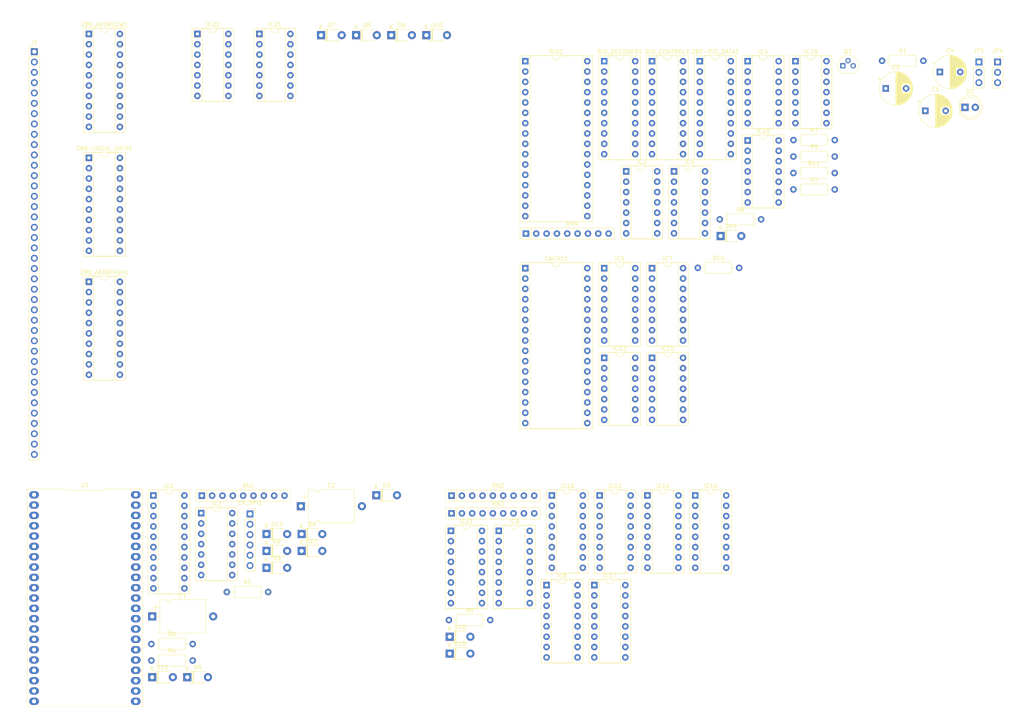
<source format=kicad_pcb>
(kicad_pcb (version 20171130) (host pcbnew 5.1.9+dfsg1-1+deb11u1)
  (layers (0 F.Cu signal) (31 B.Cu signal) (34 B.Paste user) (35 F.Paste user) (36 B.SilkS user) (37 F.SilkS user) (38 B.Mask user) (39 F.Mask user) (44 Edge.Cuts user))
  (net 0 "")
  (net 1 /CORE/ESP_WAIT_RESET)
  (net 2 GND)
  (net 3 "Net-(C2-Pad1)")
  (net 4 VCC)
  (net 5 "Net-(CACHE1-Pad1)")
  (net 6 /CACHE/LOCAL_DATA_3)
  (net 7 /CACHE_SEL_3)
  (net 8 /CACHE/LOCAL_DATA_4)
  (net 9 /CACHE_SEL_1)
  (net 10 /CACHE/LOCAL_DATA_5)
  (net 11 /CACHE/LOCAL_ADD_12)
  (net 12 /CACHE/LOCAL_DATA_6)
  (net 13 /CACHE/LOCAL_ADD_7)
  (net 14 /CACHE/LOCAL_DATA_7)
  (net 15 /CACHE/LOCAL_ADD_6)
  (net 16 /CACHE/CACHE_CS)
  (net 17 /CACHE/LOCAL_ADD_5)
  (net 18 /CACHE/LOCAL_ADD_10)
  (net 19 /CACHE/LOCAL_ADD_4)
  (net 20 /CACHE/CACHE_OE)
  (net 21 /CACHE/LOCAL_ADD_3)
  (net 22 /CACHE/LOCAL_ADD_11)
  (net 23 /CACHE/LOCAL_ADD_2)
  (net 24 /CACHE/LOCAL_ADD_9)
  (net 25 /CACHE/LOCAL_ADD_1)
  (net 26 /CACHE/LOCAL_ADD_8)
  (net 27 /CACHE/LOCAL_ADD_0)
  (net 28 /CACHE_SEL_0)
  (net 29 /CACHE/LOCAL_DATA_0)
  (net 30 /CACHE/CACHE_WE)
  (net 31 /CACHE/LOCAL_DATA_1)
  (net 32 /CACHE/CACHE_CE2)
  (net 33 /CACHE/LOCAL_DATA_2)
  (net 34 /CACHE_SEL_2)
  (net 35 "Net-(D1-Pad1)")
  (net 36 /CORE/Z80_ADD_CONNECT)
  (net 37 /CORE/ESP_CONTROL_Z80)
  (net 38 /CORE/Z80_DATA_CONNECT)
  (net 39 "Net-(D4-Pad1)")
  (net 40 /Z80_RESET)
  (net 41 "Net-(D5-Pad1)")
  (net 42 /CORE/ESP_INT)
  (net 43 /Z80_WAIT)
  (net 44 /ESP_CONTROL_BUSRQ)
  (net 45 /Z80_BUSRQ)
  (net 46 /ESP_CONTROL_WAIT)
  (net 47 /ESP_CONTROL_ROMCS)
  (net 48 /Z80_ROMCS)
  (net 49 /Z80_NMI)
  (net 50 /ESP_CONTROL_NMI)
  (net 51 /Z80_HARDLOCK_RESET)
  (net 52 "Net-(D13-Pad1)")
  (net 53 "Net-(D14-Pad1)")
  (net 54 "Net-(D15-Pad1)")
  (net 55 "Net-(D16-Pad1)")
  (net 56 /CORE/EX_SS)
  (net 57 /CORE/EX_SCK)
  (net 58 /CORE/EX_MISO)
  (net 59 /CORE/EX_MOSI)
  (net 60 /Z80_RD)
  (net 61 /LOCAL_RD)
  (net 62 /ESP_CONTROL_IORQ)
  (net 63 /Z80_WR)
  (net 64 /LOCAL_WR)
  (net 65 /ESP_CONTROL_MEMRQ)
  (net 66 /Z80_IORQ)
  (net 67 /LOCAL_IORQ)
  (net 68 "Net-(IC1-Pad13)")
  (net 69 /Z80_MEMRQ)
  (net 70 /LOCAL_MEMRQ)
  (net 71 /ESP_CONTROL_RD)
  (net 72 /CORE/!ESP_HARDLOCK)
  (net 73 /CORE/ESP_HARDLOCK)
  (net 74 "Net-(IC2-Pad8)")
  (net 75 /WAIT_IO)
  (net 76 /Z80_HARDLOCK_SET)
  (net 77 "Net-(IC2-Pad10)")
  (net 78 "Net-(IC13-Pad1)")
  (net 79 "Net-(IC2-Pad11)")
  (net 80 "Net-(IC2-Pad6)")
  (net 81 /!Z80_HARDLOCK)
  (net 82 "Net-(IC3-Pad12)")
  (net 83 /Z80_HARDLOCK)
  (net 84 "Net-(IC3-Pad11)")
  (net 85 /CORE/PRE_Z80_HARDLOCK)
  (net 86 "Net-(IC3-Pad3)")
  (net 87 "Net-(IC3-Pad9)")
  (net 88 "Net-(IC3-Pad2)")
  (net 89 /CORE/CLR_Z80_HARDLOCK)
  (net 90 /ESP_IOD_CONFIG)
  (net 91 /CACHE_DATASTATUS)
  (net 92 /CACHE/CACHE_DATASTATUS+PERM_Z80_IORQ)
  (net 93 "Net-(IC6-Pad9)")
  (net 94 "Net-(IC7-Pad9)")
  (net 95 "Net-(IC7-Pad4)")
  (net 96 "Net-(IC7-Pad5)")
  (net 97 "Net-(IC7-Pad6)")
  (net 98 "Net-(IC7-Pad7)")
  (net 99 "Net-(IC8-Pad9)")
  (net 100 /CORE/SPIBUS/ESP_SPI.MR)
  (net 101 /CORE/ESP_SPI.SCK)
  (net 102 /CORE/ESP_SPI.STC)
  (net 103 /ESP_CONTROL_WR)
  (net 104 /CORE/ESP_SPI.MOSI)
  (net 105 "Net-(IC10-Pad14)")
  (net 106 /CORE/ESP_SPI.OE)
  (net 107 "Net-(IC10-Pad9)")
  (net 108 "Net-(IC11-Pad9)")
  (net 109 /CORE/ESP_SPI.PL)
  (net 110 "Net-(IC12-Pad9)")
  (net 111 "Net-(IC12-Pad10)")
  (net 112 "Net-(IC12-Pad7)")
  (net 113 /CORE/ESP_SPI.CE)
  (net 114 /CORE/ESP_PULSE)
  (net 115 /PERM_Z80_IORQ)
  (net 116 "Net-(IC13-Pad8)")
  (net 117 "Net-(IC14-Pad7)")
  (net 118 /CORE/ESP_SPI.MISO)
  (net 119 "Net-(IC16-Pad7)")
  (net 120 "Net-(IC16-Pad9)")
  (net 121 "Net-(IC17-Pad7)")
  (net 122 /Z80_BUSACK)
  (net 123 /ROM_WR_PROTECT)
  (net 124 "Net-(IC19-Pad6)")
  (net 125 /RIO/ROM_WR_PROTECT+Z80_WR)
  (net 126 /RIO/ESP_IOD_CONFIG+Z80_WR)
  (net 127 /RIO/ROM_D_RDY)
  (net 128 /RIO/DEC_CE)
  (net 129 "Net-(IC20-Pad11)")
  (net 130 /RIO/Z80_RD+ESP_IOD_CONFIG+PERM_Z80_IORQ)
  (net 131 /RIO/DEC16)
  (net 132 "Net-(IC21-Pad6)")
  (net 133 /CORE/IORQ_FILTER_BIT)
  (net 134 "Net-(IC21-Pad3)")
  (net 135 /!CACHE_DATASTATUS)
  (net 136 "Net-(IC21-Pad8)")
  (net 137 "/Z80 BUS/Z80_DATA_DIR")
  (net 138 "/Z80 BUS/Z80_ADD_OE")
  (net 139 "/Z80 BUS/Z80_DATA_OE")
  (net 140 "/Z80 BUS/Z80_ADD_DIR")
  (net 141 /RIO/Z80_A0)
  (net 142 /RIO/Z80_A1)
  (net 143 /RIO/Z80_A2)
  (net 144 /RIO/Z80_A3)
  (net 145 /RIO/Z80_A4)
  (net 146 /RIO/Z80_A5)
  (net 147 /RIO/Z80_A6)
  (net 148 /RIO/Z80_A7)
  (net 149 /RIO/Z80_D0)
  (net 150 /RIO/Z80_D1)
  (net 151 /RIO/Z80_D2)
  (net 152 /RIO/Z80_D3)
  (net 153 /RIO/Z80_D4)
  (net 154 /RIO/Z80_D5)
  (net 155 /RIO/Z80_D6)
  (net 156 /RIO/Z80_D7)
  (net 157 "Net-(J1-Pad17)")
  (net 158 "Net-(J1-Pad18)")
  (net 159 "Net-(J1-Pad19)")
  (net 160 "Net-(J1-Pad20)")
  (net 161 /RIO/Z80_A8)
  (net 162 /RIO/Z80_A9)
  (net 163 /RIO/Z80_A10)
  (net 164 /RIO/Z80_A11)
  (net 165 /RIO/Z80_A12)
  (net 166 /RIO/Z80_A13)
  (net 167 /RIO/Z80_A14)
  (net 168 /RIO/Z80_A15)
  (net 169 /Z80_A0)
  (net 170 "Net-(Q1-Pad2)")
  (net 171 "Net-(R8-Pad1)")
  (net 172 /RIO/RIO_CE2)
  (net 173 /RIO/DEC15)
  (net 174 /RIO/ROM_D2)
  (net 175 /RIO/ROM_D1)
  (net 176 /RIO/DEC_WE)
  (net 177 /RIO/ROM_D0)
  (net 178 /RIO/DEC_OE)
  (net 179 /RIO/ROM_D7)
  (net 180 /RIO/ROM_D6)
  (net 181 /RIO/ROM_D5)
  (net 182 /RIO/DEC14)
  (net 183 /RIO/ROM_D4)
  (net 184 /RIO/ROM_D3)
  (net 185 "Net-(RIO1-Pad1)")
  (net 186 /ESP_ROMSEL_1)
  (net 187 /ESP_ROMSEL_0)
  (net 188 "Net-(RN1-Pad9)")
  (net 189 "Net-(RN4-Pad9)")
  (net 190 "Net-(RN4-Pad8)")
  (net 191 "Net-(RN4-Pad7)")
  (net 192 "Net-(RN4-Pad6)")
  (net 193 /CORE/SD_CARD_SS)
  (net 194 "Net-(U1-Pad17)")
  (net 195 "Net-(U1-Pad16)")
  (net 196 "Net-(U1-Pad27)")
  (net 197 "Net-(U1-Pad29)")
  (net 198 "Net-(U1-Pad30)")
  (net 199 "Net-(U1-Pad7)")
  (net 200 "Net-(U1-Pad36)")
  (net 201 "Net-(U1-Pad6)")
  (net 202 "Net-(U1-Pad37)")
  (net 203 "Net-(U1-Pad5)")
  (net 204 "Net-(U1-Pad2)")
  (net 205 "Net-(U1-Pad1)")
  (module Capacitor_THT:CP_Axial_L11.0mm_D8.0mm_P15.00mm_Horizontal (layer F.Cu) (at 48.575001 167.395001)
    (fp_text reference C1 (at 7.5 -5.12) (layer F.SilkS))
    (fp_text value 10UF)
    (pad 1 thru_hole rect (at 0 0) (size 2 2) (drill 1) (layers *.Cu *.Mask) (net 1 /CORE/ESP_WAIT_RESET))
    (pad 2 thru_hole oval (at 15 0) (size 2 2) (drill 1) (layers *.Cu *.Mask) (net 2 GND))
  )
  (module Capacitor_THT:CP_Axial_L11.0mm_D8.0mm_P15.00mm_Horizontal (layer F.Cu) (at 85.125001 140.295001)
    (fp_text reference C2 (at 7.5 -5.12) (layer F.SilkS))
    (fp_text value 10UF)
    (pad 2 thru_hole oval (at 15 0) (size 2 2) (drill 1) (layers *.Cu *.Mask) (net 2 GND))
    (pad 1 thru_hole rect (at 0 0) (size 2 2) (drill 1) (layers *.Cu *.Mask) (net 3 "Net-(C2-Pad1)"))
  )
  (module Capacitor_THT:CP_Radial_D8.0mm_P5.00mm (layer F.Cu) (at 228.869699 37.535001)
    (fp_text reference C3 (at 2.5 -5.25) (layer F.SilkS))
    (fp_text value "10 uf")
    (pad 2 thru_hole circle (at 5 0) (size 1.6 1.6) (drill 0.8) (layers *.Cu *.Mask) (net 2 GND))
    (pad 1 thru_hole rect (at 0 0) (size 1.6 1.6) (drill 0.8) (layers *.Cu *.Mask) (net 4 VCC))
  )
  (module Capacitor_THT:CP_Radial_D8.0mm_P5.00mm (layer F.Cu) (at 242.179699 33.485001)
    (fp_text reference C4 (at 2.5 -5.25) (layer F.SilkS))
    (fp_text value ".1 uf")
    (pad 1 thru_hole rect (at 0 0) (size 1.6 1.6) (drill 0.8) (layers *.Cu *.Mask) (net 4 VCC))
    (pad 2 thru_hole circle (at 5 0) (size 1.6 1.6) (drill 0.8) (layers *.Cu *.Mask) (net 2 GND))
  )
  (module Capacitor_THT:CP_Radial_D8.0mm_P5.00mm (layer F.Cu) (at 238.609699 43.035001)
    (fp_text reference C5 (at 2.5 -5.25) (layer F.SilkS))
    (fp_text value ".1 uf")
    (pad 1 thru_hole rect (at 0 0) (size 1.6 1.6) (drill 0.8) (layers *.Cu *.Mask) (net 4 VCC))
    (pad 2 thru_hole circle (at 5 0) (size 1.6 1.6) (drill 0.8) (layers *.Cu *.Mask) (net 2 GND))
  )
  (module Package_DIP:DIP-32_W15.24mm_Socket (layer F.Cu) (at 140.285001 81.755001)
    (fp_text reference CACHE1 (at 7.62 -2.33) (layer F.SilkS))
    (fp_text value AS6C1008-55PCN)
    (pad 1 thru_hole rect (at 0 0) (size 1.6 1.6) (drill 0.8) (layers *.Cu *.Mask) (net 5 "Net-(CACHE1-Pad1)"))
    (pad 17 thru_hole oval (at 15.24 38.1) (size 1.6 1.6) (drill 0.8) (layers *.Cu *.Mask) (net 6 /CACHE/LOCAL_DATA_3))
    (pad 2 thru_hole oval (at 0 2.54) (size 1.6 1.6) (drill 0.8) (layers *.Cu *.Mask) (net 7 /CACHE_SEL_3))
    (pad 18 thru_hole oval (at 15.24 35.56) (size 1.6 1.6) (drill 0.8) (layers *.Cu *.Mask) (net 8 /CACHE/LOCAL_DATA_4))
    (pad 3 thru_hole oval (at 0 5.08) (size 1.6 1.6) (drill 0.8) (layers *.Cu *.Mask) (net 9 /CACHE_SEL_1))
    (pad 19 thru_hole oval (at 15.24 33.02) (size 1.6 1.6) (drill 0.8) (layers *.Cu *.Mask) (net 10 /CACHE/LOCAL_DATA_5))
    (pad 4 thru_hole oval (at 0 7.62) (size 1.6 1.6) (drill 0.8) (layers *.Cu *.Mask) (net 11 /CACHE/LOCAL_ADD_12))
    (pad 20 thru_hole oval (at 15.24 30.48) (size 1.6 1.6) (drill 0.8) (layers *.Cu *.Mask) (net 12 /CACHE/LOCAL_DATA_6))
    (pad 5 thru_hole oval (at 0 10.16) (size 1.6 1.6) (drill 0.8) (layers *.Cu *.Mask) (net 13 /CACHE/LOCAL_ADD_7))
    (pad 21 thru_hole oval (at 15.24 27.94) (size 1.6 1.6) (drill 0.8) (layers *.Cu *.Mask) (net 14 /CACHE/LOCAL_DATA_7))
    (pad 6 thru_hole oval (at 0 12.7) (size 1.6 1.6) (drill 0.8) (layers *.Cu *.Mask) (net 15 /CACHE/LOCAL_ADD_6))
    (pad 22 thru_hole oval (at 15.24 25.4) (size 1.6 1.6) (drill 0.8) (layers *.Cu *.Mask) (net 16 /CACHE/CACHE_CS))
    (pad 7 thru_hole oval (at 0 15.24) (size 1.6 1.6) (drill 0.8) (layers *.Cu *.Mask) (net 17 /CACHE/LOCAL_ADD_5))
    (pad 23 thru_hole oval (at 15.24 22.86) (size 1.6 1.6) (drill 0.8) (layers *.Cu *.Mask) (net 18 /CACHE/LOCAL_ADD_10))
    (pad 8 thru_hole oval (at 0 17.78) (size 1.6 1.6) (drill 0.8) (layers *.Cu *.Mask) (net 19 /CACHE/LOCAL_ADD_4))
    (pad 24 thru_hole oval (at 15.24 20.32) (size 1.6 1.6) (drill 0.8) (layers *.Cu *.Mask) (net 20 /CACHE/CACHE_OE))
    (pad 9 thru_hole oval (at 0 20.32) (size 1.6 1.6) (drill 0.8) (layers *.Cu *.Mask) (net 21 /CACHE/LOCAL_ADD_3))
    (pad 25 thru_hole oval (at 15.24 17.78) (size 1.6 1.6) (drill 0.8) (layers *.Cu *.Mask) (net 22 /CACHE/LOCAL_ADD_11))
    (pad 10 thru_hole oval (at 0 22.86) (size 1.6 1.6) (drill 0.8) (layers *.Cu *.Mask) (net 23 /CACHE/LOCAL_ADD_2))
    (pad 26 thru_hole oval (at 15.24 15.24) (size 1.6 1.6) (drill 0.8) (layers *.Cu *.Mask) (net 24 /CACHE/LOCAL_ADD_9))
    (pad 11 thru_hole oval (at 0 25.4) (size 1.6 1.6) (drill 0.8) (layers *.Cu *.Mask) (net 25 /CACHE/LOCAL_ADD_1))
    (pad 27 thru_hole oval (at 15.24 12.7) (size 1.6 1.6) (drill 0.8) (layers *.Cu *.Mask) (net 26 /CACHE/LOCAL_ADD_8))
    (pad 12 thru_hole oval (at 0 27.94) (size 1.6 1.6) (drill 0.8) (layers *.Cu *.Mask) (net 27 /CACHE/LOCAL_ADD_0))
    (pad 28 thru_hole oval (at 15.24 10.16) (size 1.6 1.6) (drill 0.8) (layers *.Cu *.Mask) (net 28 /CACHE_SEL_0))
    (pad 13 thru_hole oval (at 0 30.48) (size 1.6 1.6) (drill 0.8) (layers *.Cu *.Mask) (net 29 /CACHE/LOCAL_DATA_0))
    (pad 29 thru_hole oval (at 15.24 7.62) (size 1.6 1.6) (drill 0.8) (layers *.Cu *.Mask) (net 30 /CACHE/CACHE_WE))
    (pad 14 thru_hole oval (at 0 33.02) (size 1.6 1.6) (drill 0.8) (layers *.Cu *.Mask) (net 31 /CACHE/LOCAL_DATA_1))
    (pad 30 thru_hole oval (at 15.24 5.08) (size 1.6 1.6) (drill 0.8) (layers *.Cu *.Mask) (net 32 /CACHE/CACHE_CE2))
    (pad 15 thru_hole oval (at 0 35.56) (size 1.6 1.6) (drill 0.8) (layers *.Cu *.Mask) (net 33 /CACHE/LOCAL_DATA_2))
    (pad 31 thru_hole oval (at 15.24 2.54) (size 1.6 1.6) (drill 0.8) (layers *.Cu *.Mask) (net 34 /CACHE_SEL_2))
    (pad 16 thru_hole oval (at 0 38.1) (size 1.6 1.6) (drill 0.8) (layers *.Cu *.Mask) (net 2 GND))
    (pad 32 thru_hole oval (at 15.24 0) (size 1.6 1.6) (drill 0.8) (layers *.Cu *.Mask) (net 4 VCC))
  )
  (module LED_THT:LED_D5.0mm (layer F.Cu) (at 248.355001 42.185001)
    (fp_text reference D1 (at 1.27 -3.96) (layer F.SilkS))
    (fp_text value POWER_LED)
    (pad 1 thru_hole rect (at 0 0) (size 1.8 1.8) (drill 0.9) (layers *.Cu *.Mask) (net 35 "Net-(D1-Pad1)"))
    (pad 2 thru_hole circle (at 2.54 0) (size 1.8 1.8) (drill 0.9) (layers *.Cu *.Mask) (net 2 GND))
  )
  (module Diode_THT:D_T-1_P5.08mm_Horizontal (layer F.Cu) (at 76.675001 151.295001)
    (fp_text reference D2 (at 2.54 -2.42) (layer F.SilkS))
    (fp_text value 1N4148)
    (fp_text user K (at 0 -2) (layer F.SilkS))
    (pad 2 thru_hole oval (at 5.08 0) (size 2 2) (drill 1) (layers *.Cu *.Mask) (net 36 /CORE/Z80_ADD_CONNECT))
    (pad 1 thru_hole rect (at 0 0) (size 2 2) (drill 1) (layers *.Cu *.Mask) (net 37 /CORE/ESP_CONTROL_Z80))
  )
  (module Diode_THT:D_T-1_P5.08mm_Horizontal (layer F.Cu) (at 103.675001 137.595001)
    (fp_text reference D3 (at 2.54 -2.42) (layer F.SilkS))
    (fp_text value 1N4148)
    (fp_text user K (at 0 -2) (layer F.SilkS))
    (pad 1 thru_hole rect (at 0 0) (size 2 2) (drill 1) (layers *.Cu *.Mask) (net 37 /CORE/ESP_CONTROL_Z80))
    (pad 2 thru_hole oval (at 5.08 0) (size 2 2) (drill 1) (layers *.Cu *.Mask) (net 38 /CORE/Z80_DATA_CONNECT))
  )
  (module Diode_THT:D_T-1_P5.08mm_Horizontal (layer F.Cu) (at 85.305001 147.145001)
    (fp_text reference D4 (at 2.54 -2.42) (layer F.SilkS))
    (fp_text value 1N4148)
    (fp_text user K (at 0 -2) (layer F.SilkS))
    (pad 1 thru_hole rect (at 0 0) (size 2 2) (drill 1) (layers *.Cu *.Mask) (net 39 "Net-(D4-Pad1)"))
    (pad 2 thru_hole oval (at 5.08 0) (size 2 2) (drill 1) (layers *.Cu *.Mask) (net 40 /Z80_RESET))
  )
  (module Diode_THT:D_T-1_P5.08mm_Horizontal (layer F.Cu) (at 76.675001 155.445001)
    (fp_text reference D5 (at 2.54 -2.42) (layer F.SilkS))
    (fp_text value 1N4148)
    (fp_text user K (at 0 -2) (layer F.SilkS))
    (pad 2 thru_hole oval (at 5.08 0) (size 2 2) (drill 1) (layers *.Cu *.Mask) (net 4 VCC))
    (pad 1 thru_hole rect (at 0 0) (size 2 2) (drill 1) (layers *.Cu *.Mask) (net 41 "Net-(D5-Pad1)"))
  )
  (module Diode_THT:D_T-1_P5.08mm_Horizontal (layer F.Cu) (at 57.205001 182.345001)
    (fp_text reference D6 (at 2.54 -2.42) (layer F.SilkS))
    (fp_text value 1N4148)
    (fp_text user K (at 0 -2) (layer F.SilkS))
    (pad 2 thru_hole oval (at 5.08 0) (size 2 2) (drill 1) (layers *.Cu *.Mask) (net 42 /CORE/ESP_INT))
    (pad 1 thru_hole rect (at 0 0) (size 2 2) (drill 1) (layers *.Cu *.Mask) (net 43 /Z80_WAIT))
  )
  (module Diode_THT:D_T-1_P5.08mm_Horizontal (layer F.Cu) (at 90.075001 24.435001)
    (fp_text reference D7 (at 2.54 -2.42) (layer F.SilkS))
    (fp_text value 1N4148)
    (fp_text user K (at 0 -2) (layer F.SilkS))
    (pad 1 thru_hole rect (at 0 0) (size 2 2) (drill 1) (layers *.Cu *.Mask) (net 44 /ESP_CONTROL_BUSRQ))
    (pad 2 thru_hole oval (at 5.08 0) (size 2 2) (drill 1) (layers *.Cu *.Mask) (net 45 /Z80_BUSRQ))
  )
  (module Diode_THT:D_T-1_P5.08mm_Horizontal (layer F.Cu) (at 98.705001 24.435001)
    (fp_text reference D8 (at 2.54 -2.42) (layer F.SilkS))
    (fp_text value 1N4148)
    (fp_text user K (at 0 -2) (layer F.SilkS))
    (pad 1 thru_hole rect (at 0 0) (size 2 2) (drill 1) (layers *.Cu *.Mask) (net 46 /ESP_CONTROL_WAIT))
    (pad 2 thru_hole oval (at 5.08 0) (size 2 2) (drill 1) (layers *.Cu *.Mask) (net 43 /Z80_WAIT))
  )
  (module Diode_THT:D_T-1_P5.08mm_Horizontal (layer F.Cu) (at 107.335001 24.435001)
    (fp_text reference D9 (at 2.54 -2.42) (layer F.SilkS))
    (fp_text value 1N4148)
    (fp_text user K (at 0 -2) (layer F.SilkS))
    (pad 1 thru_hole rect (at 0 0) (size 2 2) (drill 1) (layers *.Cu *.Mask) (net 47 /ESP_CONTROL_ROMCS))
    (pad 2 thru_hole oval (at 5.08 0) (size 2 2) (drill 1) (layers *.Cu *.Mask) (net 48 /Z80_ROMCS))
  )
  (module Diode_THT:D_T-1_P5.08mm_Horizontal (layer F.Cu) (at 115.965001 24.435001)
    (fp_text reference D10 (at 2.54 -2.42) (layer F.SilkS))
    (fp_text value 1N4148)
    (fp_text user K (at 0 -2) (layer F.SilkS))
    (pad 2 thru_hole oval (at 5.08 0) (size 2 2) (drill 1) (layers *.Cu *.Mask) (net 49 /Z80_NMI))
    (pad 1 thru_hole rect (at 0 0) (size 2 2) (drill 1) (layers *.Cu *.Mask) (net 50 /ESP_CONTROL_NMI))
  )
  (module Diode_THT:D_T-1_P5.08mm_Horizontal (layer F.Cu) (at 85.305001 151.295001)
    (fp_text reference D11 (at 2.54 -2.42) (layer F.SilkS))
    (fp_text value 1N4148)
    (fp_text user K (at 0 -2) (layer F.SilkS))
    (pad 1 thru_hole rect (at 0 0) (size 2 2) (drill 1) (layers *.Cu *.Mask) (net 51 /Z80_HARDLOCK_RESET))
    (pad 2 thru_hole oval (at 5.08 0) (size 2 2) (drill 1) (layers *.Cu *.Mask) (net 42 /CORE/ESP_INT))
  )
  (module Diode_THT:D_T-1_P5.08mm_Horizontal (layer F.Cu) (at 48.575001 182.345001)
    (fp_text reference D12 (at 2.54 -2.42) (layer F.SilkS))
    (fp_text value 1N4148)
    (fp_text user K (at 0 -2) (layer F.SilkS))
    (pad 1 thru_hole rect (at 0 0) (size 2 2) (drill 1) (layers *.Cu *.Mask) (net 49 /Z80_NMI))
    (pad 2 thru_hole oval (at 5.08 0) (size 2 2) (drill 1) (layers *.Cu *.Mask) (net 42 /CORE/ESP_INT))
  )
  (module Diode_THT:D_T-1_P5.08mm_Horizontal (layer F.Cu) (at 76.675001 147.145001)
    (fp_text reference D13 (at 2.54 -2.42) (layer F.SilkS))
    (fp_text value 1N4148)
    (fp_text user K (at 0 -2) (layer F.SilkS))
    (pad 2 thru_hole oval (at 5.08 0) (size 2 2) (drill 1) (layers *.Cu *.Mask) (net 43 /Z80_WAIT))
    (pad 1 thru_hole rect (at 0 0) (size 2 2) (drill 1) (layers *.Cu *.Mask) (net 52 "Net-(D13-Pad1)"))
  )
  (module Diode_THT:D_T-1_P5.08mm_Horizontal (layer F.Cu) (at 188.285001 73.835001)
    (fp_text reference D14 (at 2.54 -2.42) (layer F.SilkS))
    (fp_text value 1N4148)
    (fp_text user K (at 0 -2) (layer F.SilkS))
    (pad 2 thru_hole oval (at 5.08 0) (size 2 2) (drill 1) (layers *.Cu *.Mask) (net 4 VCC))
    (pad 1 thru_hole rect (at 0 0) (size 2 2) (drill 1) (layers *.Cu *.Mask) (net 53 "Net-(D14-Pad1)"))
  )
  (module Diode_THT:D_T-1_P5.08mm_Horizontal (layer F.Cu) (at 121.705001 176.545001)
    (fp_text reference D15 (at 2.54 -2.42) (layer F.SilkS))
    (fp_text value 1N4148)
    (fp_text user K (at 0 -2) (layer F.SilkS))
    (pad 2 thru_hole oval (at 5.08 0) (size 2 2) (drill 1) (layers *.Cu *.Mask) (net 4 VCC))
    (pad 1 thru_hole rect (at 0 0) (size 2 2) (drill 1) (layers *.Cu *.Mask) (net 54 "Net-(D15-Pad1)"))
  )
  (module Diode_THT:D_T-1_P5.08mm_Horizontal (layer F.Cu) (at 121.705001 172.395001)
    (fp_text reference D16 (at 2.54 -2.42) (layer F.SilkS))
    (fp_text value 1N4148)
    (fp_text user K (at 0 -2) (layer F.SilkS))
    (pad 1 thru_hole rect (at 0 0) (size 2 2) (drill 1) (layers *.Cu *.Mask) (net 55 "Net-(D16-Pad1)"))
    (pad 2 thru_hole oval (at 5.08 0) (size 2 2) (drill 1) (layers *.Cu *.Mask) (net 4 VCC))
  )
  (module Connector_PinSocket_2.54mm:PinSocket_1x06_P2.54mm_Vertical (layer F.Cu) (at 72.625001 142.195001)
    (fp_text reference EX_SPI1 (at 0 -2.77) (layer F.SilkS))
    (fp_text value PINHD-1X6)
    (pad 1 thru_hole rect (at 0 0) (size 1.7 1.7) (drill 1) (layers *.Cu *.Mask) (net 56 /CORE/EX_SS))
    (pad 2 thru_hole oval (at 0 2.54) (size 1.7 1.7) (drill 1) (layers *.Cu *.Mask) (net 57 /CORE/EX_SCK))
    (pad 3 thru_hole oval (at 0 5.08) (size 1.7 1.7) (drill 1) (layers *.Cu *.Mask) (net 58 /CORE/EX_MISO))
    (pad 4 thru_hole oval (at 0 7.62) (size 1.7 1.7) (drill 1) (layers *.Cu *.Mask) (net 59 /CORE/EX_MOSI))
    (pad 5 thru_hole oval (at 0 10.16) (size 1.7 1.7) (drill 1) (layers *.Cu *.Mask) (net 4 VCC))
    (pad 6 thru_hole oval (at 0 12.7) (size 1.7 1.7) (drill 1) (layers *.Cu *.Mask) (net 2 GND))
  )
  (module Package_DIP:DIP-20_W7.62mm_Socket (layer F.Cu) (at 48.875001 137.645001)
    (fp_text reference IC1 (at 3.81 -2.33) (layer F.SilkS))
    (fp_text value 74244N)
    (pad 20 thru_hole oval (at 7.62 0) (size 1.6 1.6) (drill 0.8) (layers *.Cu *.Mask))
    (pad 10 thru_hole oval (at 0 22.86) (size 1.6 1.6) (drill 0.8) (layers *.Cu *.Mask))
    (pad 19 thru_hole oval (at 7.62 2.54) (size 1.6 1.6) (drill 0.8) (layers *.Cu *.Mask) (net 37 /CORE/ESP_CONTROL_Z80))
    (pad 9 thru_hole oval (at 0 20.32) (size 1.6 1.6) (drill 0.8) (layers *.Cu *.Mask) (net 60 /Z80_RD))
    (pad 18 thru_hole oval (at 7.62 5.08) (size 1.6 1.6) (drill 0.8) (layers *.Cu *.Mask) (net 61 /LOCAL_RD))
    (pad 8 thru_hole oval (at 0 17.78) (size 1.6 1.6) (drill 0.8) (layers *.Cu *.Mask) (net 62 /ESP_CONTROL_IORQ))
    (pad 17 thru_hole oval (at 7.62 7.62) (size 1.6 1.6) (drill 0.8) (layers *.Cu *.Mask) (net 62 /ESP_CONTROL_IORQ))
    (pad 7 thru_hole oval (at 0 15.24) (size 1.6 1.6) (drill 0.8) (layers *.Cu *.Mask) (net 63 /Z80_WR))
    (pad 16 thru_hole oval (at 7.62 10.16) (size 1.6 1.6) (drill 0.8) (layers *.Cu *.Mask) (net 64 /LOCAL_WR))
    (pad 6 thru_hole oval (at 0 12.7) (size 1.6 1.6) (drill 0.8) (layers *.Cu *.Mask) (net 65 /ESP_CONTROL_MEMRQ))
    (pad 15 thru_hole oval (at 7.62 12.7) (size 1.6 1.6) (drill 0.8) (layers *.Cu *.Mask) (net 65 /ESP_CONTROL_MEMRQ))
    (pad 5 thru_hole oval (at 0 10.16) (size 1.6 1.6) (drill 0.8) (layers *.Cu *.Mask) (net 66 /Z80_IORQ))
    (pad 14 thru_hole oval (at 7.62 15.24) (size 1.6 1.6) (drill 0.8) (layers *.Cu *.Mask) (net 67 /LOCAL_IORQ))
    (pad 4 thru_hole oval (at 0 7.62) (size 1.6 1.6) (drill 0.8) (layers *.Cu *.Mask) (net 68 "Net-(IC1-Pad13)"))
    (pad 13 thru_hole oval (at 7.62 17.78) (size 1.6 1.6) (drill 0.8) (layers *.Cu *.Mask) (net 68 "Net-(IC1-Pad13)"))
    (pad 3 thru_hole oval (at 0 5.08) (size 1.6 1.6) (drill 0.8) (layers *.Cu *.Mask) (net 69 /Z80_MEMRQ))
    (pad 12 thru_hole oval (at 7.62 20.32) (size 1.6 1.6) (drill 0.8) (layers *.Cu *.Mask) (net 70 /LOCAL_MEMRQ))
    (pad 2 thru_hole oval (at 0 2.54) (size 1.6 1.6) (drill 0.8) (layers *.Cu *.Mask) (net 71 /ESP_CONTROL_RD))
    (pad 11 thru_hole oval (at 7.62 22.86) (size 1.6 1.6) (drill 0.8) (layers *.Cu *.Mask) (net 71 /ESP_CONTROL_RD))
    (pad 1 thru_hole rect (at 0 0) (size 1.6 1.6) (drill 0.8) (layers *.Cu *.Mask) (net 72 /CORE/!ESP_HARDLOCK))
  )
  (module Package_DIP:DIP-14_W7.62mm_Socket (layer F.Cu) (at 165.085001 57.935001)
    (fp_text reference IC2 (at 3.81 -2.33) (layer F.SilkS))
    (fp_text value 7404N)
    (pad 1 thru_hole rect (at 0 0) (size 1.6 1.6) (drill 0.8) (layers *.Cu *.Mask) (net 73 /CORE/ESP_HARDLOCK))
    (pad 8 thru_hole oval (at 7.62 15.24) (size 1.6 1.6) (drill 0.8) (layers *.Cu *.Mask) (net 74 "Net-(IC2-Pad8)"))
    (pad 2 thru_hole oval (at 0 2.54) (size 1.6 1.6) (drill 0.8) (layers *.Cu *.Mask) (net 72 /CORE/!ESP_HARDLOCK))
    (pad 9 thru_hole oval (at 7.62 12.7) (size 1.6 1.6) (drill 0.8) (layers *.Cu *.Mask) (net 75 /WAIT_IO))
    (pad 3 thru_hole oval (at 0 5.08) (size 1.6 1.6) (drill 0.8) (layers *.Cu *.Mask) (net 76 /Z80_HARDLOCK_SET))
    (pad 10 thru_hole oval (at 7.62 10.16) (size 1.6 1.6) (drill 0.8) (layers *.Cu *.Mask) (net 77 "Net-(IC2-Pad10)"))
    (pad 4 thru_hole oval (at 0 7.62) (size 1.6 1.6) (drill 0.8) (layers *.Cu *.Mask) (net 78 "Net-(IC13-Pad1)"))
    (pad 11 thru_hole oval (at 7.62 7.62) (size 1.6 1.6) (drill 0.8) (layers *.Cu *.Mask) (net 79 "Net-(IC2-Pad11)"))
    (pad 5 thru_hole oval (at 0 10.16) (size 1.6 1.6) (drill 0.8) (layers *.Cu *.Mask) (net 51 /Z80_HARDLOCK_RESET))
    (pad 12 thru_hole oval (at 7.62 5.08) (size 1.6 1.6) (drill 0.8) (layers *.Cu *.Mask))
    (pad 6 thru_hole oval (at 0 12.7) (size 1.6 1.6) (drill 0.8) (layers *.Cu *.Mask) (net 80 "Net-(IC2-Pad6)"))
    (pad 13 thru_hole oval (at 7.62 2.54) (size 1.6 1.6) (drill 0.8) (layers *.Cu *.Mask))
    (pad 7 thru_hole oval (at 0 15.24) (size 1.6 1.6) (drill 0.8) (layers *.Cu *.Mask))
    (pad 14 thru_hole oval (at 7.62 0) (size 1.6 1.6) (drill 0.8) (layers *.Cu *.Mask))
  )
  (module Package_DIP:DIP-14_W7.62mm_Socket (layer F.Cu) (at 60.625001 141.995001)
    (fp_text reference IC3 (at 3.81 -2.33) (layer F.SilkS))
    (fp_text value 7474N)
    (pad 14 thru_hole oval (at 7.62 0) (size 1.6 1.6) (drill 0.8) (layers *.Cu *.Mask))
    (pad 7 thru_hole oval (at 0 15.24) (size 1.6 1.6) (drill 0.8) (layers *.Cu *.Mask))
    (pad 13 thru_hole oval (at 7.62 2.54) (size 1.6 1.6) (drill 0.8) (layers *.Cu *.Mask) (net 1 /CORE/ESP_WAIT_RESET))
    (pad 6 thru_hole oval (at 0 12.7) (size 1.6 1.6) (drill 0.8) (layers *.Cu *.Mask) (net 81 /!Z80_HARDLOCK))
    (pad 12 thru_hole oval (at 7.62 5.08) (size 1.6 1.6) (drill 0.8) (layers *.Cu *.Mask) (net 82 "Net-(IC3-Pad12)"))
    (pad 5 thru_hole oval (at 0 10.16) (size 1.6 1.6) (drill 0.8) (layers *.Cu *.Mask) (net 83 /Z80_HARDLOCK))
    (pad 11 thru_hole oval (at 7.62 7.62) (size 1.6 1.6) (drill 0.8) (layers *.Cu *.Mask) (net 84 "Net-(IC3-Pad11)"))
    (pad 4 thru_hole oval (at 0 7.62) (size 1.6 1.6) (drill 0.8) (layers *.Cu *.Mask) (net 85 /CORE/PRE_Z80_HARDLOCK))
    (pad 10 thru_hole oval (at 7.62 10.16) (size 1.6 1.6) (drill 0.8) (layers *.Cu *.Mask) (net 74 "Net-(IC2-Pad8)"))
    (pad 3 thru_hole oval (at 0 5.08) (size 1.6 1.6) (drill 0.8) (layers *.Cu *.Mask) (net 86 "Net-(IC3-Pad3)"))
    (pad 9 thru_hole oval (at 7.62 12.7) (size 1.6 1.6) (drill 0.8) (layers *.Cu *.Mask) (net 87 "Net-(IC3-Pad9)"))
    (pad 2 thru_hole oval (at 0 2.54) (size 1.6 1.6) (drill 0.8) (layers *.Cu *.Mask) (net 88 "Net-(IC3-Pad2)"))
    (pad 8 thru_hole oval (at 7.62 15.24) (size 1.6 1.6) (drill 0.8) (layers *.Cu *.Mask) (net 52 "Net-(D13-Pad1)"))
    (pad 1 thru_hole rect (at 0 0) (size 1.6 1.6) (drill 0.8) (layers *.Cu *.Mask) (net 89 /CORE/CLR_Z80_HARDLOCK))
  )
  (module Package_DIP:DIP-14_W7.62mm_Socket (layer F.Cu) (at 194.935001 30.835001)
    (fp_text reference IC4 (at 3.81 -2.33) (layer F.SilkS))
    (fp_text value 7432N)
    (pad 14 thru_hole oval (at 7.62 0) (size 1.6 1.6) (drill 0.8) (layers *.Cu *.Mask))
    (pad 7 thru_hole oval (at 0 15.24) (size 1.6 1.6) (drill 0.8) (layers *.Cu *.Mask))
    (pad 13 thru_hole oval (at 7.62 2.54) (size 1.6 1.6) (drill 0.8) (layers *.Cu *.Mask))
    (pad 6 thru_hole oval (at 0 12.7) (size 1.6 1.6) (drill 0.8) (layers *.Cu *.Mask))
    (pad 12 thru_hole oval (at 7.62 5.08) (size 1.6 1.6) (drill 0.8) (layers *.Cu *.Mask))
    (pad 5 thru_hole oval (at 0 10.16) (size 1.6 1.6) (drill 0.8) (layers *.Cu *.Mask))
    (pad 11 thru_hole oval (at 7.62 7.62) (size 1.6 1.6) (drill 0.8) (layers *.Cu *.Mask))
    (pad 4 thru_hole oval (at 0 7.62) (size 1.6 1.6) (drill 0.8) (layers *.Cu *.Mask))
    (pad 10 thru_hole oval (at 7.62 10.16) (size 1.6 1.6) (drill 0.8) (layers *.Cu *.Mask) (net 44 /ESP_CONTROL_BUSRQ))
    (pad 3 thru_hole oval (at 0 5.08) (size 1.6 1.6) (drill 0.8) (layers *.Cu *.Mask))
    (pad 9 thru_hole oval (at 7.62 12.7) (size 1.6 1.6) (drill 0.8) (layers *.Cu *.Mask) (net 77 "Net-(IC2-Pad10)"))
    (pad 2 thru_hole oval (at 0 2.54) (size 1.6 1.6) (drill 0.8) (layers *.Cu *.Mask))
    (pad 8 thru_hole oval (at 7.62 15.24) (size 1.6 1.6) (drill 0.8) (layers *.Cu *.Mask) (net 90 /ESP_IOD_CONFIG))
    (pad 1 thru_hole rect (at 0 0) (size 1.6 1.6) (drill 0.8) (layers *.Cu *.Mask))
  )
  (module Package_DIP:DIP-14_W7.62mm_Socket (layer F.Cu) (at 176.835001 57.935001)
    (fp_text reference IC5 (at 3.81 -2.33) (layer F.SilkS))
    (fp_text value 7408N)
    (pad 1 thru_hole rect (at 0 0) (size 1.6 1.6) (drill 0.8) (layers *.Cu *.Mask) (net 3 "Net-(C2-Pad1)"))
    (pad 8 thru_hole oval (at 7.62 15.24) (size 1.6 1.6) (drill 0.8) (layers *.Cu *.Mask))
    (pad 2 thru_hole oval (at 0 2.54) (size 1.6 1.6) (drill 0.8) (layers *.Cu *.Mask) (net 80 "Net-(IC2-Pad6)"))
    (pad 9 thru_hole oval (at 7.62 12.7) (size 1.6 1.6) (drill 0.8) (layers *.Cu *.Mask))
    (pad 3 thru_hole oval (at 0 5.08) (size 1.6 1.6) (drill 0.8) (layers *.Cu *.Mask) (net 89 /CORE/CLR_Z80_HARDLOCK))
    (pad 10 thru_hole oval (at 7.62 10.16) (size 1.6 1.6) (drill 0.8) (layers *.Cu *.Mask))
    (pad 4 thru_hole oval (at 0 7.62) (size 1.6 1.6) (drill 0.8) (layers *.Cu *.Mask) (net 65 /ESP_CONTROL_MEMRQ))
    (pad 11 thru_hole oval (at 7.62 7.62) (size 1.6 1.6) (drill 0.8) (layers *.Cu *.Mask))
    (pad 5 thru_hole oval (at 0 10.16) (size 1.6 1.6) (drill 0.8) (layers *.Cu *.Mask) (net 62 /ESP_CONTROL_IORQ))
    (pad 12 thru_hole oval (at 7.62 5.08) (size 1.6 1.6) (drill 0.8) (layers *.Cu *.Mask))
    (pad 6 thru_hole oval (at 0 12.7) (size 1.6 1.6) (drill 0.8) (layers *.Cu *.Mask) (net 79 "Net-(IC2-Pad11)"))
    (pad 13 thru_hole oval (at 7.62 2.54) (size 1.6 1.6) (drill 0.8) (layers *.Cu *.Mask))
    (pad 7 thru_hole oval (at 0 15.24) (size 1.6 1.6) (drill 0.8) (layers *.Cu *.Mask))
    (pad 14 thru_hole oval (at 7.62 0) (size 1.6 1.6) (drill 0.8) (layers *.Cu *.Mask))
  )
  (module Package_DIP:DIP-16_W7.62mm_Socket (layer F.Cu) (at 159.685001 81.755001)
    (fp_text reference IC6 (at 3.81 -2.33) (layer F.SilkS))
    (fp_text value 74590N)
    (pad 16 thru_hole oval (at 7.62 0) (size 1.6 1.6) (drill 0.8) (layers *.Cu *.Mask))
    (pad 8 thru_hole oval (at 0 17.78) (size 1.6 1.6) (drill 0.8) (layers *.Cu *.Mask))
    (pad 15 thru_hole oval (at 7.62 2.54) (size 1.6 1.6) (drill 0.8) (layers *.Cu *.Mask) (net 27 /CACHE/LOCAL_ADD_0))
    (pad 7 thru_hole oval (at 0 15.24) (size 1.6 1.6) (drill 0.8) (layers *.Cu *.Mask) (net 13 /CACHE/LOCAL_ADD_7))
    (pad 14 thru_hole oval (at 7.62 5.08) (size 1.6 1.6) (drill 0.8) (layers *.Cu *.Mask) (net 91 /CACHE_DATASTATUS))
    (pad 6 thru_hole oval (at 0 12.7) (size 1.6 1.6) (drill 0.8) (layers *.Cu *.Mask) (net 15 /CACHE/LOCAL_ADD_6))
    (pad 13 thru_hole oval (at 7.62 7.62) (size 1.6 1.6) (drill 0.8) (layers *.Cu *.Mask) (net 92 /CACHE/CACHE_DATASTATUS+PERM_Z80_IORQ))
    (pad 5 thru_hole oval (at 0 10.16) (size 1.6 1.6) (drill 0.8) (layers *.Cu *.Mask) (net 17 /CACHE/LOCAL_ADD_5))
    (pad 12 thru_hole oval (at 7.62 10.16) (size 1.6 1.6) (drill 0.8) (layers *.Cu *.Mask) (net 91 /CACHE_DATASTATUS))
    (pad 4 thru_hole oval (at 0 7.62) (size 1.6 1.6) (drill 0.8) (layers *.Cu *.Mask) (net 19 /CACHE/LOCAL_ADD_4))
    (pad 11 thru_hole oval (at 7.62 12.7) (size 1.6 1.6) (drill 0.8) (layers *.Cu *.Mask) (net 92 /CACHE/CACHE_DATASTATUS+PERM_Z80_IORQ))
    (pad 3 thru_hole oval (at 0 5.08) (size 1.6 1.6) (drill 0.8) (layers *.Cu *.Mask) (net 21 /CACHE/LOCAL_ADD_3))
    (pad 10 thru_hole oval (at 7.62 15.24) (size 1.6 1.6) (drill 0.8) (layers *.Cu *.Mask) (net 83 /Z80_HARDLOCK))
    (pad 2 thru_hole oval (at 0 2.54) (size 1.6 1.6) (drill 0.8) (layers *.Cu *.Mask) (net 23 /CACHE/LOCAL_ADD_2))
    (pad 9 thru_hole oval (at 7.62 17.78) (size 1.6 1.6) (drill 0.8) (layers *.Cu *.Mask) (net 93 "Net-(IC6-Pad9)"))
    (pad 1 thru_hole rect (at 0 0) (size 1.6 1.6) (drill 0.8) (layers *.Cu *.Mask) (net 25 /CACHE/LOCAL_ADD_1))
  )
  (module Package_DIP:DIP-16_W7.62mm_Socket (layer F.Cu) (at 171.435001 81.755001)
    (fp_text reference IC7 (at 3.81 -2.33) (layer F.SilkS))
    (fp_text value 74590N)
    (pad 1 thru_hole rect (at 0 0) (size 1.6 1.6) (drill 0.8) (layers *.Cu *.Mask) (net 24 /CACHE/LOCAL_ADD_9))
    (pad 9 thru_hole oval (at 7.62 17.78) (size 1.6 1.6) (drill 0.8) (layers *.Cu *.Mask) (net 94 "Net-(IC7-Pad9)"))
    (pad 2 thru_hole oval (at 0 2.54) (size 1.6 1.6) (drill 0.8) (layers *.Cu *.Mask) (net 18 /CACHE/LOCAL_ADD_10))
    (pad 10 thru_hole oval (at 7.62 15.24) (size 1.6 1.6) (drill 0.8) (layers *.Cu *.Mask) (net 83 /Z80_HARDLOCK))
    (pad 3 thru_hole oval (at 0 5.08) (size 1.6 1.6) (drill 0.8) (layers *.Cu *.Mask) (net 22 /CACHE/LOCAL_ADD_11))
    (pad 11 thru_hole oval (at 7.62 12.7) (size 1.6 1.6) (drill 0.8) (layers *.Cu *.Mask) (net 93 "Net-(IC6-Pad9)"))
    (pad 4 thru_hole oval (at 0 7.62) (size 1.6 1.6) (drill 0.8) (layers *.Cu *.Mask) (net 95 "Net-(IC7-Pad4)"))
    (pad 12 thru_hole oval (at 7.62 10.16) (size 1.6 1.6) (drill 0.8) (layers *.Cu *.Mask) (net 91 /CACHE_DATASTATUS))
    (pad 5 thru_hole oval (at 0 10.16) (size 1.6 1.6) (drill 0.8) (layers *.Cu *.Mask) (net 96 "Net-(IC7-Pad5)"))
    (pad 13 thru_hole oval (at 7.62 7.62) (size 1.6 1.6) (drill 0.8) (layers *.Cu *.Mask) (net 93 "Net-(IC6-Pad9)"))
    (pad 6 thru_hole oval (at 0 12.7) (size 1.6 1.6) (drill 0.8) (layers *.Cu *.Mask) (net 97 "Net-(IC7-Pad6)"))
    (pad 14 thru_hole oval (at 7.62 5.08) (size 1.6 1.6) (drill 0.8) (layers *.Cu *.Mask) (net 91 /CACHE_DATASTATUS))
    (pad 7 thru_hole oval (at 0 15.24) (size 1.6 1.6) (drill 0.8) (layers *.Cu *.Mask) (net 98 "Net-(IC7-Pad7)"))
    (pad 15 thru_hole oval (at 7.62 2.54) (size 1.6 1.6) (drill 0.8) (layers *.Cu *.Mask) (net 26 /CACHE/LOCAL_ADD_8))
    (pad 8 thru_hole oval (at 0 17.78) (size 1.6 1.6) (drill 0.8) (layers *.Cu *.Mask))
    (pad 16 thru_hole oval (at 7.62 0) (size 1.6 1.6) (drill 0.8) (layers *.Cu *.Mask))
  )
  (module Package_DIP:DIP-16_W7.62mm_Socket (layer F.Cu) (at 145.505001 159.695001)
    (fp_text reference IC8 (at 3.81 -2.33) (layer F.SilkS))
    (fp_text value 74595N)
    (pad 1 thru_hole rect (at 0 0) (size 1.6 1.6) (drill 0.8) (layers *.Cu *.Mask) (net 31 /CACHE/LOCAL_DATA_1))
    (pad 9 thru_hole oval (at 7.62 17.78) (size 1.6 1.6) (drill 0.8) (layers *.Cu *.Mask) (net 99 "Net-(IC8-Pad9)"))
    (pad 2 thru_hole oval (at 0 2.54) (size 1.6 1.6) (drill 0.8) (layers *.Cu *.Mask) (net 33 /CACHE/LOCAL_DATA_2))
    (pad 10 thru_hole oval (at 7.62 15.24) (size 1.6 1.6) (drill 0.8) (layers *.Cu *.Mask) (net 100 /CORE/SPIBUS/ESP_SPI.MR))
    (pad 3 thru_hole oval (at 0 5.08) (size 1.6 1.6) (drill 0.8) (layers *.Cu *.Mask) (net 6 /CACHE/LOCAL_DATA_3))
    (pad 11 thru_hole oval (at 7.62 12.7) (size 1.6 1.6) (drill 0.8) (layers *.Cu *.Mask) (net 101 /CORE/ESP_SPI.SCK))
    (pad 4 thru_hole oval (at 0 7.62) (size 1.6 1.6) (drill 0.8) (layers *.Cu *.Mask) (net 8 /CACHE/LOCAL_DATA_4))
    (pad 12 thru_hole oval (at 7.62 10.16) (size 1.6 1.6) (drill 0.8) (layers *.Cu *.Mask) (net 102 /CORE/ESP_SPI.STC))
    (pad 5 thru_hole oval (at 0 10.16) (size 1.6 1.6) (drill 0.8) (layers *.Cu *.Mask) (net 10 /CACHE/LOCAL_DATA_5))
    (pad 13 thru_hole oval (at 7.62 7.62) (size 1.6 1.6) (drill 0.8) (layers *.Cu *.Mask) (net 103 /ESP_CONTROL_WR))
    (pad 6 thru_hole oval (at 0 12.7) (size 1.6 1.6) (drill 0.8) (layers *.Cu *.Mask) (net 12 /CACHE/LOCAL_DATA_6))
    (pad 14 thru_hole oval (at 7.62 5.08) (size 1.6 1.6) (drill 0.8) (layers *.Cu *.Mask) (net 104 /CORE/ESP_SPI.MOSI))
    (pad 7 thru_hole oval (at 0 15.24) (size 1.6 1.6) (drill 0.8) (layers *.Cu *.Mask) (net 14 /CACHE/LOCAL_DATA_7))
    (pad 15 thru_hole oval (at 7.62 2.54) (size 1.6 1.6) (drill 0.8) (layers *.Cu *.Mask) (net 29 /CACHE/LOCAL_DATA_0))
    (pad 8 thru_hole oval (at 0 17.78) (size 1.6 1.6) (drill 0.8) (layers *.Cu *.Mask))
    (pad 16 thru_hole oval (at 7.62 0) (size 1.6 1.6) (drill 0.8) (layers *.Cu *.Mask))
  )
  (module Package_DIP:DIP-16_W7.62mm_Socket (layer F.Cu) (at 133.755001 146.345001)
    (fp_text reference IC9 (at 3.81 -2.33) (layer F.SilkS))
    (fp_text value 74595N)
    (pad 1 thru_hole rect (at 0 0) (size 1.6 1.6) (drill 0.8) (layers *.Cu *.Mask) (net 103 /ESP_CONTROL_WR))
    (pad 9 thru_hole oval (at 7.62 17.78) (size 1.6 1.6) (drill 0.8) (layers *.Cu *.Mask) (net 105 "Net-(IC10-Pad14)"))
    (pad 2 thru_hole oval (at 0 2.54) (size 1.6 1.6) (drill 0.8) (layers *.Cu *.Mask) (net 65 /ESP_CONTROL_MEMRQ))
    (pad 10 thru_hole oval (at 7.62 15.24) (size 1.6 1.6) (drill 0.8) (layers *.Cu *.Mask) (net 100 /CORE/SPIBUS/ESP_SPI.MR))
    (pad 3 thru_hole oval (at 0 5.08) (size 1.6 1.6) (drill 0.8) (layers *.Cu *.Mask) (net 62 /ESP_CONTROL_IORQ))
    (pad 11 thru_hole oval (at 7.62 12.7) (size 1.6 1.6) (drill 0.8) (layers *.Cu *.Mask) (net 101 /CORE/ESP_SPI.SCK))
    (pad 4 thru_hole oval (at 0 7.62) (size 1.6 1.6) (drill 0.8) (layers *.Cu *.Mask) (net 44 /ESP_CONTROL_BUSRQ))
    (pad 12 thru_hole oval (at 7.62 10.16) (size 1.6 1.6) (drill 0.8) (layers *.Cu *.Mask) (net 102 /CORE/ESP_SPI.STC))
    (pad 5 thru_hole oval (at 0 10.16) (size 1.6 1.6) (drill 0.8) (layers *.Cu *.Mask) (net 46 /ESP_CONTROL_WAIT))
    (pad 13 thru_hole oval (at 7.62 7.62) (size 1.6 1.6) (drill 0.8) (layers *.Cu *.Mask) (net 106 /CORE/ESP_SPI.OE))
    (pad 6 thru_hole oval (at 0 12.7) (size 1.6 1.6) (drill 0.8) (layers *.Cu *.Mask) (net 47 /ESP_CONTROL_ROMCS))
    (pad 14 thru_hole oval (at 7.62 5.08) (size 1.6 1.6) (drill 0.8) (layers *.Cu *.Mask) (net 99 "Net-(IC8-Pad9)"))
    (pad 7 thru_hole oval (at 0 15.24) (size 1.6 1.6) (drill 0.8) (layers *.Cu *.Mask) (net 50 /ESP_CONTROL_NMI))
    (pad 15 thru_hole oval (at 7.62 2.54) (size 1.6 1.6) (drill 0.8) (layers *.Cu *.Mask) (net 71 /ESP_CONTROL_RD))
    (pad 8 thru_hole oval (at 0 17.78) (size 1.6 1.6) (drill 0.8) (layers *.Cu *.Mask))
    (pad 16 thru_hole oval (at 7.62 0) (size 1.6 1.6) (drill 0.8) (layers *.Cu *.Mask))
  )
  (module Package_DIP:DIP-16_W7.62mm_Socket (layer F.Cu) (at 146.805001 137.645001)
    (fp_text reference IC10 (at 3.81 -2.33) (layer F.SilkS))
    (fp_text value 74595N)
    (pad 16 thru_hole oval (at 7.62 0) (size 1.6 1.6) (drill 0.8) (layers *.Cu *.Mask))
    (pad 8 thru_hole oval (at 0 17.78) (size 1.6 1.6) (drill 0.8) (layers *.Cu *.Mask))
    (pad 15 thru_hole oval (at 7.62 2.54) (size 1.6 1.6) (drill 0.8) (layers *.Cu *.Mask) (net 27 /CACHE/LOCAL_ADD_0))
    (pad 7 thru_hole oval (at 0 15.24) (size 1.6 1.6) (drill 0.8) (layers *.Cu *.Mask) (net 13 /CACHE/LOCAL_ADD_7))
    (pad 14 thru_hole oval (at 7.62 5.08) (size 1.6 1.6) (drill 0.8) (layers *.Cu *.Mask) (net 105 "Net-(IC10-Pad14)"))
    (pad 6 thru_hole oval (at 0 12.7) (size 1.6 1.6) (drill 0.8) (layers *.Cu *.Mask) (net 15 /CACHE/LOCAL_ADD_6))
    (pad 13 thru_hole oval (at 7.62 7.62) (size 1.6 1.6) (drill 0.8) (layers *.Cu *.Mask) (net 106 /CORE/ESP_SPI.OE))
    (pad 5 thru_hole oval (at 0 10.16) (size 1.6 1.6) (drill 0.8) (layers *.Cu *.Mask) (net 17 /CACHE/LOCAL_ADD_5))
    (pad 12 thru_hole oval (at 7.62 10.16) (size 1.6 1.6) (drill 0.8) (layers *.Cu *.Mask) (net 102 /CORE/ESP_SPI.STC))
    (pad 4 thru_hole oval (at 0 7.62) (size 1.6 1.6) (drill 0.8) (layers *.Cu *.Mask) (net 19 /CACHE/LOCAL_ADD_4))
    (pad 11 thru_hole oval (at 7.62 12.7) (size 1.6 1.6) (drill 0.8) (layers *.Cu *.Mask) (net 101 /CORE/ESP_SPI.SCK))
    (pad 3 thru_hole oval (at 0 5.08) (size 1.6 1.6) (drill 0.8) (layers *.Cu *.Mask) (net 21 /CACHE/LOCAL_ADD_3))
    (pad 10 thru_hole oval (at 7.62 15.24) (size 1.6 1.6) (drill 0.8) (layers *.Cu *.Mask) (net 100 /CORE/SPIBUS/ESP_SPI.MR))
    (pad 2 thru_hole oval (at 0 2.54) (size 1.6 1.6) (drill 0.8) (layers *.Cu *.Mask) (net 23 /CACHE/LOCAL_ADD_2))
    (pad 9 thru_hole oval (at 7.62 17.78) (size 1.6 1.6) (drill 0.8) (layers *.Cu *.Mask) (net 107 "Net-(IC10-Pad9)"))
    (pad 1 thru_hole rect (at 0 0) (size 1.6 1.6) (drill 0.8) (layers *.Cu *.Mask) (net 25 /CACHE/LOCAL_ADD_1))
  )
  (module Package_DIP:DIP-16_W7.62mm_Socket (layer F.Cu) (at 122.005001 146.345001)
    (fp_text reference IC11 (at 3.81 -2.33) (layer F.SilkS))
    (fp_text value 74595N)
    (pad 1 thru_hole rect (at 0 0) (size 1.6 1.6) (drill 0.8) (layers *.Cu *.Mask) (net 24 /CACHE/LOCAL_ADD_9))
    (pad 9 thru_hole oval (at 7.62 17.78) (size 1.6 1.6) (drill 0.8) (layers *.Cu *.Mask) (net 108 "Net-(IC11-Pad9)"))
    (pad 2 thru_hole oval (at 0 2.54) (size 1.6 1.6) (drill 0.8) (layers *.Cu *.Mask) (net 18 /CACHE/LOCAL_ADD_10))
    (pad 10 thru_hole oval (at 7.62 15.24) (size 1.6 1.6) (drill 0.8) (layers *.Cu *.Mask) (net 100 /CORE/SPIBUS/ESP_SPI.MR))
    (pad 3 thru_hole oval (at 0 5.08) (size 1.6 1.6) (drill 0.8) (layers *.Cu *.Mask) (net 22 /CACHE/LOCAL_ADD_11))
    (pad 11 thru_hole oval (at 7.62 12.7) (size 1.6 1.6) (drill 0.8) (layers *.Cu *.Mask) (net 101 /CORE/ESP_SPI.SCK))
    (pad 4 thru_hole oval (at 0 7.62) (size 1.6 1.6) (drill 0.8) (layers *.Cu *.Mask) (net 11 /CACHE/LOCAL_ADD_12))
    (pad 12 thru_hole oval (at 7.62 10.16) (size 1.6 1.6) (drill 0.8) (layers *.Cu *.Mask) (net 102 /CORE/ESP_SPI.STC))
    (pad 5 thru_hole oval (at 0 10.16) (size 1.6 1.6) (drill 0.8) (layers *.Cu *.Mask) (net 28 /CACHE_SEL_0))
    (pad 13 thru_hole oval (at 7.62 7.62) (size 1.6 1.6) (drill 0.8) (layers *.Cu *.Mask) (net 106 /CORE/ESP_SPI.OE))
    (pad 6 thru_hole oval (at 0 12.7) (size 1.6 1.6) (drill 0.8) (layers *.Cu *.Mask) (net 9 /CACHE_SEL_1))
    (pad 14 thru_hole oval (at 7.62 5.08) (size 1.6 1.6) (drill 0.8) (layers *.Cu *.Mask) (net 107 "Net-(IC10-Pad9)"))
    (pad 7 thru_hole oval (at 0 15.24) (size 1.6 1.6) (drill 0.8) (layers *.Cu *.Mask) (net 34 /CACHE_SEL_2))
    (pad 15 thru_hole oval (at 7.62 2.54) (size 1.6 1.6) (drill 0.8) (layers *.Cu *.Mask) (net 26 /CACHE/LOCAL_ADD_8))
    (pad 8 thru_hole oval (at 0 17.78) (size 1.6 1.6) (drill 0.8) (layers *.Cu *.Mask))
    (pad 16 thru_hole oval (at 7.62 0) (size 1.6 1.6) (drill 0.8) (layers *.Cu *.Mask))
  )
  (module Package_DIP:DIP-16_W7.62mm_Socket (layer F.Cu) (at 158.555001 137.645001)
    (fp_text reference IC12 (at 3.81 -2.33) (layer F.SilkS))
    (fp_text value 74165N)
    (pad 1 thru_hole rect (at 0 0) (size 1.6 1.6) (drill 0.8) (layers *.Cu *.Mask) (net 109 /CORE/ESP_SPI.PL))
    (pad 9 thru_hole oval (at 7.62 17.78) (size 1.6 1.6) (drill 0.8) (layers *.Cu *.Mask) (net 110 "Net-(IC12-Pad9)"))
    (pad 2 thru_hole oval (at 0 2.54) (size 1.6 1.6) (drill 0.8) (layers *.Cu *.Mask) (net 101 /CORE/ESP_SPI.SCK))
    (pad 10 thru_hole oval (at 7.62 15.24) (size 1.6 1.6) (drill 0.8) (layers *.Cu *.Mask) (net 111 "Net-(IC12-Pad10)"))
    (pad 3 thru_hole oval (at 0 5.08) (size 1.6 1.6) (drill 0.8) (layers *.Cu *.Mask) (net 19 /CACHE/LOCAL_ADD_4))
    (pad 11 thru_hole oval (at 7.62 12.7) (size 1.6 1.6) (drill 0.8) (layers *.Cu *.Mask) (net 27 /CACHE/LOCAL_ADD_0))
    (pad 4 thru_hole oval (at 0 7.62) (size 1.6 1.6) (drill 0.8) (layers *.Cu *.Mask) (net 17 /CACHE/LOCAL_ADD_5))
    (pad 12 thru_hole oval (at 7.62 10.16) (size 1.6 1.6) (drill 0.8) (layers *.Cu *.Mask) (net 25 /CACHE/LOCAL_ADD_1))
    (pad 5 thru_hole oval (at 0 10.16) (size 1.6 1.6) (drill 0.8) (layers *.Cu *.Mask) (net 15 /CACHE/LOCAL_ADD_6))
    (pad 13 thru_hole oval (at 7.62 7.62) (size 1.6 1.6) (drill 0.8) (layers *.Cu *.Mask) (net 23 /CACHE/LOCAL_ADD_2))
    (pad 6 thru_hole oval (at 0 12.7) (size 1.6 1.6) (drill 0.8) (layers *.Cu *.Mask) (net 13 /CACHE/LOCAL_ADD_7))
    (pad 14 thru_hole oval (at 7.62 5.08) (size 1.6 1.6) (drill 0.8) (layers *.Cu *.Mask) (net 21 /CACHE/LOCAL_ADD_3))
    (pad 7 thru_hole oval (at 0 15.24) (size 1.6 1.6) (drill 0.8) (layers *.Cu *.Mask) (net 112 "Net-(IC12-Pad7)"))
    (pad 15 thru_hole oval (at 7.62 2.54) (size 1.6 1.6) (drill 0.8) (layers *.Cu *.Mask) (net 113 /CORE/ESP_SPI.CE))
    (pad 8 thru_hole oval (at 0 17.78) (size 1.6 1.6) (drill 0.8) (layers *.Cu *.Mask))
    (pad 16 thru_hole oval (at 7.62 0) (size 1.6 1.6) (drill 0.8) (layers *.Cu *.Mask))
  )
  (module Package_DIP:DIP-14_W7.62mm_Socket (layer F.Cu) (at 159.685001 103.805001)
    (fp_text reference IC13 (at 3.81 -2.33) (layer F.SilkS))
    (fp_text value 7432N)
    (pad 14 thru_hole oval (at 7.62 0) (size 1.6 1.6) (drill 0.8) (layers *.Cu *.Mask))
    (pad 7 thru_hole oval (at 0 15.24) (size 1.6 1.6) (drill 0.8) (layers *.Cu *.Mask))
    (pad 13 thru_hole oval (at 7.62 2.54) (size 1.6 1.6) (drill 0.8) (layers *.Cu *.Mask) (net 103 /ESP_CONTROL_WR))
    (pad 6 thru_hole oval (at 0 12.7) (size 1.6 1.6) (drill 0.8) (layers *.Cu *.Mask) (net 92 /CACHE/CACHE_DATASTATUS+PERM_Z80_IORQ))
    (pad 12 thru_hole oval (at 7.62 5.08) (size 1.6 1.6) (drill 0.8) (layers *.Cu *.Mask) (net 114 /CORE/ESP_PULSE))
    (pad 5 thru_hole oval (at 0 10.16) (size 1.6 1.6) (drill 0.8) (layers *.Cu *.Mask) (net 91 /CACHE_DATASTATUS))
    (pad 11 thru_hole oval (at 7.62 7.62) (size 1.6 1.6) (drill 0.8) (layers *.Cu *.Mask) (net 68 "Net-(IC1-Pad13)"))
    (pad 4 thru_hole oval (at 0 7.62) (size 1.6 1.6) (drill 0.8) (layers *.Cu *.Mask) (net 115 /PERM_Z80_IORQ))
    (pad 10 thru_hole oval (at 7.62 10.16) (size 1.6 1.6) (drill 0.8) (layers *.Cu *.Mask) (net 66 /Z80_IORQ))
    (pad 3 thru_hole oval (at 0 5.08) (size 1.6 1.6) (drill 0.8) (layers *.Cu *.Mask) (net 85 /CORE/PRE_Z80_HARDLOCK))
    (pad 9 thru_hole oval (at 7.62 12.7) (size 1.6 1.6) (drill 0.8) (layers *.Cu *.Mask) (net 73 /CORE/ESP_HARDLOCK))
    (pad 2 thru_hole oval (at 0 2.54) (size 1.6 1.6) (drill 0.8) (layers *.Cu *.Mask) (net 73 /CORE/ESP_HARDLOCK))
    (pad 8 thru_hole oval (at 7.62 15.24) (size 1.6 1.6) (drill 0.8) (layers *.Cu *.Mask) (net 116 "Net-(IC13-Pad8)"))
    (pad 1 thru_hole rect (at 0 0) (size 1.6 1.6) (drill 0.8) (layers *.Cu *.Mask) (net 78 "Net-(IC13-Pad1)"))
  )
  (module Package_DIP:DIP-16_W7.62mm_Socket (layer F.Cu) (at 170.305001 137.645001)
    (fp_text reference IC14 (at 3.81 -2.33) (layer F.SilkS))
    (fp_text value 74165N)
    (pad 16 thru_hole oval (at 7.62 0) (size 1.6 1.6) (drill 0.8) (layers *.Cu *.Mask))
    (pad 8 thru_hole oval (at 0 17.78) (size 1.6 1.6) (drill 0.8) (layers *.Cu *.Mask))
    (pad 15 thru_hole oval (at 7.62 2.54) (size 1.6 1.6) (drill 0.8) (layers *.Cu *.Mask) (net 113 /CORE/ESP_SPI.CE))
    (pad 7 thru_hole oval (at 0 15.24) (size 1.6 1.6) (drill 0.8) (layers *.Cu *.Mask) (net 117 "Net-(IC14-Pad7)"))
    (pad 14 thru_hole oval (at 7.62 5.08) (size 1.6 1.6) (drill 0.8) (layers *.Cu *.Mask) (net 22 /CACHE/LOCAL_ADD_11))
    (pad 6 thru_hole oval (at 0 12.7) (size 1.6 1.6) (drill 0.8) (layers *.Cu *.Mask) (net 34 /CACHE_SEL_2))
    (pad 13 thru_hole oval (at 7.62 7.62) (size 1.6 1.6) (drill 0.8) (layers *.Cu *.Mask) (net 18 /CACHE/LOCAL_ADD_10))
    (pad 5 thru_hole oval (at 0 10.16) (size 1.6 1.6) (drill 0.8) (layers *.Cu *.Mask) (net 9 /CACHE_SEL_1))
    (pad 12 thru_hole oval (at 7.62 10.16) (size 1.6 1.6) (drill 0.8) (layers *.Cu *.Mask) (net 24 /CACHE/LOCAL_ADD_9))
    (pad 4 thru_hole oval (at 0 7.62) (size 1.6 1.6) (drill 0.8) (layers *.Cu *.Mask) (net 28 /CACHE_SEL_0))
    (pad 11 thru_hole oval (at 7.62 12.7) (size 1.6 1.6) (drill 0.8) (layers *.Cu *.Mask) (net 26 /CACHE/LOCAL_ADD_8))
    (pad 3 thru_hole oval (at 0 5.08) (size 1.6 1.6) (drill 0.8) (layers *.Cu *.Mask) (net 11 /CACHE/LOCAL_ADD_12))
    (pad 10 thru_hole oval (at 7.62 15.24) (size 1.6 1.6) (drill 0.8) (layers *.Cu *.Mask) (net 110 "Net-(IC12-Pad9)"))
    (pad 2 thru_hole oval (at 0 2.54) (size 1.6 1.6) (drill 0.8) (layers *.Cu *.Mask) (net 101 /CORE/ESP_SPI.SCK))
    (pad 9 thru_hole oval (at 7.62 17.78) (size 1.6 1.6) (drill 0.8) (layers *.Cu *.Mask) (net 118 /CORE/ESP_SPI.MISO))
    (pad 1 thru_hole rect (at 0 0) (size 1.6 1.6) (drill 0.8) (layers *.Cu *.Mask) (net 109 /CORE/ESP_SPI.PL))
  )
  (module Package_DIP:DIP-14_W7.62mm_Socket (layer F.Cu) (at 171.435001 103.805001)
    (fp_text reference IC15 (at 3.81 -2.33) (layer F.SilkS))
    (fp_text value 7408N)
    (pad 1 thru_hole rect (at 0 0) (size 1.6 1.6) (drill 0.8) (layers *.Cu *.Mask) (net 91 /CACHE_DATASTATUS))
    (pad 8 thru_hole oval (at 7.62 15.24) (size 1.6 1.6) (drill 0.8) (layers *.Cu *.Mask) (net 20 /CACHE/CACHE_OE))
    (pad 2 thru_hole oval (at 0 2.54) (size 1.6 1.6) (drill 0.8) (layers *.Cu *.Mask) (net 67 /LOCAL_IORQ))
    (pad 9 thru_hole oval (at 7.62 12.7) (size 1.6 1.6) (drill 0.8) (layers *.Cu *.Mask) (net 60 /Z80_RD))
    (pad 3 thru_hole oval (at 0 5.08) (size 1.6 1.6) (drill 0.8) (layers *.Cu *.Mask) (net 7 /CACHE_SEL_3))
    (pad 10 thru_hole oval (at 7.62 10.16) (size 1.6 1.6) (drill 0.8) (layers *.Cu *.Mask) (net 61 /LOCAL_RD))
    (pad 4 thru_hole oval (at 0 7.62) (size 1.6 1.6) (drill 0.8) (layers *.Cu *.Mask) (net 63 /Z80_WR))
    (pad 11 thru_hole oval (at 7.62 7.62) (size 1.6 1.6) (drill 0.8) (layers *.Cu *.Mask) (net 16 /CACHE/CACHE_CS))
    (pad 5 thru_hole oval (at 0 10.16) (size 1.6 1.6) (drill 0.8) (layers *.Cu *.Mask) (net 64 /LOCAL_WR))
    (pad 12 thru_hole oval (at 7.62 5.08) (size 1.6 1.6) (drill 0.8) (layers *.Cu *.Mask) (net 115 /PERM_Z80_IORQ))
    (pad 6 thru_hole oval (at 0 12.7) (size 1.6 1.6) (drill 0.8) (layers *.Cu *.Mask) (net 30 /CACHE/CACHE_WE))
    (pad 13 thru_hole oval (at 7.62 2.54) (size 1.6 1.6) (drill 0.8) (layers *.Cu *.Mask) (net 70 /LOCAL_MEMRQ))
    (pad 7 thru_hole oval (at 0 15.24) (size 1.6 1.6) (drill 0.8) (layers *.Cu *.Mask))
    (pad 14 thru_hole oval (at 7.62 0) (size 1.6 1.6) (drill 0.8) (layers *.Cu *.Mask))
  )
  (module Package_DIP:DIP-16_W7.62mm_Socket (layer F.Cu) (at 182.055001 137.645001)
    (fp_text reference IC16 (at 3.81 -2.33) (layer F.SilkS))
    (fp_text value 74165N)
    (pad 16 thru_hole oval (at 7.62 0) (size 1.6 1.6) (drill 0.8) (layers *.Cu *.Mask))
    (pad 8 thru_hole oval (at 0 17.78) (size 1.6 1.6) (drill 0.8) (layers *.Cu *.Mask))
    (pad 15 thru_hole oval (at 7.62 2.54) (size 1.6 1.6) (drill 0.8) (layers *.Cu *.Mask) (net 113 /CORE/ESP_SPI.CE))
    (pad 7 thru_hole oval (at 0 15.24) (size 1.6 1.6) (drill 0.8) (layers *.Cu *.Mask) (net 119 "Net-(IC16-Pad7)"))
    (pad 14 thru_hole oval (at 7.62 5.08) (size 1.6 1.6) (drill 0.8) (layers *.Cu *.Mask) (net 6 /CACHE/LOCAL_DATA_3))
    (pad 6 thru_hole oval (at 0 12.7) (size 1.6 1.6) (drill 0.8) (layers *.Cu *.Mask) (net 14 /CACHE/LOCAL_DATA_7))
    (pad 13 thru_hole oval (at 7.62 7.62) (size 1.6 1.6) (drill 0.8) (layers *.Cu *.Mask) (net 33 /CACHE/LOCAL_DATA_2))
    (pad 5 thru_hole oval (at 0 10.16) (size 1.6 1.6) (drill 0.8) (layers *.Cu *.Mask) (net 12 /CACHE/LOCAL_DATA_6))
    (pad 12 thru_hole oval (at 7.62 10.16) (size 1.6 1.6) (drill 0.8) (layers *.Cu *.Mask) (net 31 /CACHE/LOCAL_DATA_1))
    (pad 4 thru_hole oval (at 0 7.62) (size 1.6 1.6) (drill 0.8) (layers *.Cu *.Mask) (net 10 /CACHE/LOCAL_DATA_5))
    (pad 11 thru_hole oval (at 7.62 12.7) (size 1.6 1.6) (drill 0.8) (layers *.Cu *.Mask) (net 29 /CACHE/LOCAL_DATA_0))
    (pad 3 thru_hole oval (at 0 5.08) (size 1.6 1.6) (drill 0.8) (layers *.Cu *.Mask) (net 8 /CACHE/LOCAL_DATA_4))
    (pad 10 thru_hole oval (at 7.62 15.24) (size 1.6 1.6) (drill 0.8) (layers *.Cu *.Mask) (net 2 GND))
    (pad 2 thru_hole oval (at 0 2.54) (size 1.6 1.6) (drill 0.8) (layers *.Cu *.Mask) (net 101 /CORE/ESP_SPI.SCK))
    (pad 9 thru_hole oval (at 7.62 17.78) (size 1.6 1.6) (drill 0.8) (layers *.Cu *.Mask) (net 120 "Net-(IC16-Pad9)"))
    (pad 1 thru_hole rect (at 0 0) (size 1.6 1.6) (drill 0.8) (layers *.Cu *.Mask) (net 109 /CORE/ESP_SPI.PL))
  )
  (module Package_DIP:DIP-16_W7.62mm_Socket (layer F.Cu) (at 157.255001 159.695001)
    (fp_text reference IC17 (at 3.81 -2.33) (layer F.SilkS))
    (fp_text value 74165N)
    (pad 16 thru_hole oval (at 7.62 0) (size 1.6 1.6) (drill 0.8) (layers *.Cu *.Mask))
    (pad 8 thru_hole oval (at 0 17.78) (size 1.6 1.6) (drill 0.8) (layers *.Cu *.Mask))
    (pad 15 thru_hole oval (at 7.62 2.54) (size 1.6 1.6) (drill 0.8) (layers *.Cu *.Mask) (net 113 /CORE/ESP_SPI.CE))
    (pad 7 thru_hole oval (at 0 15.24) (size 1.6 1.6) (drill 0.8) (layers *.Cu *.Mask) (net 121 "Net-(IC17-Pad7)"))
    (pad 14 thru_hole oval (at 7.62 5.08) (size 1.6 1.6) (drill 0.8) (layers *.Cu *.Mask) (net 69 /Z80_MEMRQ))
    (pad 6 thru_hole oval (at 0 12.7) (size 1.6 1.6) (drill 0.8) (layers *.Cu *.Mask) (net 122 /Z80_BUSACK))
    (pad 13 thru_hole oval (at 7.62 7.62) (size 1.6 1.6) (drill 0.8) (layers *.Cu *.Mask) (net 66 /Z80_IORQ))
    (pad 5 thru_hole oval (at 0 10.16) (size 1.6 1.6) (drill 0.8) (layers *.Cu *.Mask) (net 49 /Z80_NMI))
    (pad 12 thru_hole oval (at 7.62 10.16) (size 1.6 1.6) (drill 0.8) (layers *.Cu *.Mask) (net 63 /Z80_WR))
    (pad 4 thru_hole oval (at 0 7.62) (size 1.6 1.6) (drill 0.8) (layers *.Cu *.Mask) (net 43 /Z80_WAIT))
    (pad 11 thru_hole oval (at 7.62 12.7) (size 1.6 1.6) (drill 0.8) (layers *.Cu *.Mask) (net 60 /Z80_RD))
    (pad 3 thru_hole oval (at 0 5.08) (size 1.6 1.6) (drill 0.8) (layers *.Cu *.Mask) (net 45 /Z80_BUSRQ))
    (pad 10 thru_hole oval (at 7.62 15.24) (size 1.6 1.6) (drill 0.8) (layers *.Cu *.Mask) (net 120 "Net-(IC16-Pad9)"))
    (pad 2 thru_hole oval (at 0 2.54) (size 1.6 1.6) (drill 0.8) (layers *.Cu *.Mask) (net 101 /CORE/ESP_SPI.SCK))
    (pad 9 thru_hole oval (at 7.62 17.78) (size 1.6 1.6) (drill 0.8) (layers *.Cu *.Mask) (net 111 "Net-(IC12-Pad10)"))
    (pad 1 thru_hole rect (at 0 0) (size 1.6 1.6) (drill 0.8) (layers *.Cu *.Mask) (net 109 /CORE/ESP_SPI.PL))
  )
  (module Package_DIP:DIP-14_W7.62mm_Socket (layer F.Cu) (at 206.685001 30.835001)
    (fp_text reference IC19 (at 3.81 -2.33) (layer F.SilkS))
    (fp_text value 7432N)
    (pad 14 thru_hole oval (at 7.62 0) (size 1.6 1.6) (drill 0.8) (layers *.Cu *.Mask))
    (pad 7 thru_hole oval (at 0 15.24) (size 1.6 1.6) (drill 0.8) (layers *.Cu *.Mask))
    (pad 13 thru_hole oval (at 7.62 2.54) (size 1.6 1.6) (drill 0.8) (layers *.Cu *.Mask) (net 123 /ROM_WR_PROTECT))
    (pad 6 thru_hole oval (at 0 12.7) (size 1.6 1.6) (drill 0.8) (layers *.Cu *.Mask) (net 124 "Net-(IC19-Pad6)"))
    (pad 12 thru_hole oval (at 7.62 5.08) (size 1.6 1.6) (drill 0.8) (layers *.Cu *.Mask) (net 63 /Z80_WR))
    (pad 5 thru_hole oval (at 0 10.16) (size 1.6 1.6) (drill 0.8) (layers *.Cu *.Mask) (net 90 /ESP_IOD_CONFIG))
    (pad 11 thru_hole oval (at 7.62 7.62) (size 1.6 1.6) (drill 0.8) (layers *.Cu *.Mask) (net 125 /RIO/ROM_WR_PROTECT+Z80_WR))
    (pad 4 thru_hole oval (at 0 7.62) (size 1.6 1.6) (drill 0.8) (layers *.Cu *.Mask) (net 60 /Z80_RD))
    (pad 10 thru_hole oval (at 7.62 10.16) (size 1.6 1.6) (drill 0.8) (layers *.Cu *.Mask) (net 69 /Z80_MEMRQ))
    (pad 3 thru_hole oval (at 0 5.08) (size 1.6 1.6) (drill 0.8) (layers *.Cu *.Mask) (net 126 /RIO/ESP_IOD_CONFIG+Z80_WR))
    (pad 9 thru_hole oval (at 7.62 12.7) (size 1.6 1.6) (drill 0.8) (layers *.Cu *.Mask) (net 47 /ESP_CONTROL_ROMCS))
    (pad 2 thru_hole oval (at 0 2.54) (size 1.6 1.6) (drill 0.8) (layers *.Cu *.Mask) (net 63 /Z80_WR))
    (pad 8 thru_hole oval (at 7.62 15.24) (size 1.6 1.6) (drill 0.8) (layers *.Cu *.Mask) (net 127 /RIO/ROM_D_RDY))
    (pad 1 thru_hole rect (at 0 0) (size 1.6 1.6) (drill 0.8) (layers *.Cu *.Mask) (net 90 /ESP_IOD_CONFIG))
  )
  (module Package_DIP:DIP-14_W7.62mm_Socket (layer F.Cu) (at 194.935001 50.335001)
    (fp_text reference IC20 (at 3.81 -2.33) (layer F.SilkS))
    (fp_text value 7408N)
    (pad 1 thru_hole rect (at 0 0) (size 1.6 1.6) (drill 0.8) (layers *.Cu *.Mask) (net 115 /PERM_Z80_IORQ))
    (pad 8 thru_hole oval (at 7.62 15.24) (size 1.6 1.6) (drill 0.8) (layers *.Cu *.Mask) (net 128 /RIO/DEC_CE))
    (pad 2 thru_hole oval (at 0 2.54) (size 1.6 1.6) (drill 0.8) (layers *.Cu *.Mask) (net 124 "Net-(IC19-Pad6)"))
    (pad 9 thru_hole oval (at 7.62 12.7) (size 1.6 1.6) (drill 0.8) (layers *.Cu *.Mask) (net 129 "Net-(IC20-Pad11)"))
    (pad 3 thru_hole oval (at 0 5.08) (size 1.6 1.6) (drill 0.8) (layers *.Cu *.Mask) (net 130 /RIO/Z80_RD+ESP_IOD_CONFIG+PERM_Z80_IORQ))
    (pad 10 thru_hole oval (at 7.62 10.16) (size 1.6 1.6) (drill 0.8) (layers *.Cu *.Mask) (net 131 /RIO/DEC16))
    (pad 4 thru_hole oval (at 0 7.62) (size 1.6 1.6) (drill 0.8) (layers *.Cu *.Mask) (net 115 /PERM_Z80_IORQ))
    (pad 11 thru_hole oval (at 7.62 7.62) (size 1.6 1.6) (drill 0.8) (layers *.Cu *.Mask) (net 129 "Net-(IC20-Pad11)"))
    (pad 5 thru_hole oval (at 0 10.16) (size 1.6 1.6) (drill 0.8) (layers *.Cu *.Mask) (net 90 /ESP_IOD_CONFIG))
    (pad 12 thru_hole oval (at 7.62 5.08) (size 1.6 1.6) (drill 0.8) (layers *.Cu *.Mask) (net 90 /ESP_IOD_CONFIG))
    (pad 6 thru_hole oval (at 0 12.7) (size 1.6 1.6) (drill 0.8) (layers *.Cu *.Mask) (net 131 /RIO/DEC16))
    (pad 13 thru_hole oval (at 7.62 2.54) (size 1.6 1.6) (drill 0.8) (layers *.Cu *.Mask) (net 127 /RIO/ROM_D_RDY))
    (pad 7 thru_hole oval (at 0 15.24) (size 1.6 1.6) (drill 0.8) (layers *.Cu *.Mask))
    (pad 14 thru_hole oval (at 7.62 0) (size 1.6 1.6) (drill 0.8) (layers *.Cu *.Mask))
  )
  (module Package_DIP:DIP-14_W7.62mm_Socket (layer F.Cu) (at 74.93 24.13)
    (fp_text reference IC21 (at 3.81 -2.33) (layer F.SilkS))
    (fp_text value 7432N)
    (pad 14 thru_hole oval (at 7.62 0) (size 1.6 1.6) (drill 0.8) (layers *.Cu *.Mask))
    (pad 7 thru_hole oval (at 0 15.24) (size 1.6 1.6) (drill 0.8) (layers *.Cu *.Mask))
    (pad 13 thru_hole oval (at 7.62 2.54) (size 1.6 1.6) (drill 0.8) (layers *.Cu *.Mask) (net 116 "Net-(IC13-Pad8)"))
    (pad 6 thru_hole oval (at 0 12.7) (size 1.6 1.6) (drill 0.8) (layers *.Cu *.Mask) (net 132 "Net-(IC21-Pad6)"))
    (pad 12 thru_hole oval (at 7.62 5.08) (size 1.6 1.6) (drill 0.8) (layers *.Cu *.Mask) (net 133 /CORE/IORQ_FILTER_BIT))
    (pad 5 thru_hole oval (at 0 10.16) (size 1.6 1.6) (drill 0.8) (layers *.Cu *.Mask) (net 115 /PERM_Z80_IORQ))
    (pad 11 thru_hole oval (at 7.62 7.62) (size 1.6 1.6) (drill 0.8) (layers *.Cu *.Mask) (net 115 /PERM_Z80_IORQ))
    (pad 4 thru_hole oval (at 0 7.62) (size 1.6 1.6) (drill 0.8) (layers *.Cu *.Mask) (net 60 /Z80_RD))
    (pad 10 thru_hole oval (at 7.62 10.16) (size 1.6 1.6) (drill 0.8) (layers *.Cu *.Mask) (net 38 /CORE/Z80_DATA_CONNECT))
    (pad 3 thru_hole oval (at 0 5.08) (size 1.6 1.6) (drill 0.8) (layers *.Cu *.Mask) (net 134 "Net-(IC21-Pad3)"))
    (pad 9 thru_hole oval (at 7.62 12.7) (size 1.6 1.6) (drill 0.8) (layers *.Cu *.Mask) (net 103 /ESP_CONTROL_WR))
    (pad 2 thru_hole oval (at 0 2.54) (size 1.6 1.6) (drill 0.8) (layers *.Cu *.Mask) (net 135 /!CACHE_DATASTATUS))
    (pad 8 thru_hole oval (at 7.62 15.24) (size 1.6 1.6) (drill 0.8) (layers *.Cu *.Mask) (net 136 "Net-(IC21-Pad8)"))
    (pad 1 thru_hole rect (at 0 0) (size 1.6 1.6) (drill 0.8) (layers *.Cu *.Mask) (net 115 /PERM_Z80_IORQ))
  )
  (module Package_DIP:DIP-14_W7.62mm_Socket (layer F.Cu) (at 59.69 24.13)
    (fp_text reference IC22 (at 3.81 -2.33) (layer F.SilkS))
    (fp_text value 7432N)
    (pad 1 thru_hole rect (at 0 0) (size 1.6 1.6) (drill 0.8) (layers *.Cu *.Mask) (net 36 /CORE/Z80_ADD_CONNECT))
    (pad 8 thru_hole oval (at 7.62 15.24) (size 1.6 1.6) (drill 0.8) (layers *.Cu *.Mask) (net 137 "/Z80 BUS/Z80_DATA_DIR"))
    (pad 2 thru_hole oval (at 0 2.54) (size 1.6 1.6) (drill 0.8) (layers *.Cu *.Mask) (net 134 "Net-(IC21-Pad3)"))
    (pad 9 thru_hole oval (at 7.62 12.7) (size 1.6 1.6) (drill 0.8) (layers *.Cu *.Mask) (net 132 "Net-(IC21-Pad6)"))
    (pad 3 thru_hole oval (at 0 5.08) (size 1.6 1.6) (drill 0.8) (layers *.Cu *.Mask) (net 138 "/Z80 BUS/Z80_ADD_OE"))
    (pad 10 thru_hole oval (at 7.62 10.16) (size 1.6 1.6) (drill 0.8) (layers *.Cu *.Mask) (net 136 "Net-(IC21-Pad8)"))
    (pad 4 thru_hole oval (at 0 7.62) (size 1.6 1.6) (drill 0.8) (layers *.Cu *.Mask) (net 90 /ESP_IOD_CONFIG))
    (pad 11 thru_hole oval (at 7.62 7.62) (size 1.6 1.6) (drill 0.8) (layers *.Cu *.Mask) (net 139 "/Z80 BUS/Z80_DATA_OE"))
    (pad 5 thru_hole oval (at 0 10.16) (size 1.6 1.6) (drill 0.8) (layers *.Cu *.Mask) (net 65 /ESP_CONTROL_MEMRQ))
    (pad 12 thru_hole oval (at 7.62 5.08) (size 1.6 1.6) (drill 0.8) (layers *.Cu *.Mask) (net 38 /CORE/Z80_DATA_CONNECT))
    (pad 6 thru_hole oval (at 0 12.7) (size 1.6 1.6) (drill 0.8) (layers *.Cu *.Mask) (net 140 "/Z80 BUS/Z80_ADD_DIR"))
    (pad 13 thru_hole oval (at 7.62 2.54) (size 1.6 1.6) (drill 0.8) (layers *.Cu *.Mask) (net 115 /PERM_Z80_IORQ))
    (pad 7 thru_hole oval (at 0 15.24) (size 1.6 1.6) (drill 0.8) (layers *.Cu *.Mask))
    (pad 14 thru_hole oval (at 7.62 0) (size 1.6 1.6) (drill 0.8) (layers *.Cu *.Mask))
  )
  (module Connector_PinHeader_2.54mm:PinHeader_1x40_P2.54mm_Vertical (layer F.Cu) (at 19.605001 28.495001)
    (fp_text reference J1 (at 0 -2.33) (layer F.SilkS))
    (fp_text value "HOST SYSTEM HEADER")
    (pad 1 thru_hole rect (at 0 0) (size 1.7 1.7) (drill 1) (layers *.Cu *.Mask) (net 141 /RIO/Z80_A0))
    (pad 2 thru_hole oval (at 0 2.54) (size 1.7 1.7) (drill 1) (layers *.Cu *.Mask) (net 142 /RIO/Z80_A1))
    (pad 3 thru_hole oval (at 0 5.08) (size 1.7 1.7) (drill 1) (layers *.Cu *.Mask) (net 143 /RIO/Z80_A2))
    (pad 4 thru_hole oval (at 0 7.62) (size 1.7 1.7) (drill 1) (layers *.Cu *.Mask) (net 144 /RIO/Z80_A3))
    (pad 5 thru_hole oval (at 0 10.16) (size 1.7 1.7) (drill 1) (layers *.Cu *.Mask) (net 145 /RIO/Z80_A4))
    (pad 6 thru_hole oval (at 0 12.7) (size 1.7 1.7) (drill 1) (layers *.Cu *.Mask) (net 146 /RIO/Z80_A5))
    (pad 7 thru_hole oval (at 0 15.24) (size 1.7 1.7) (drill 1) (layers *.Cu *.Mask) (net 147 /RIO/Z80_A6))
    (pad 8 thru_hole oval (at 0 17.78) (size 1.7 1.7) (drill 1) (layers *.Cu *.Mask) (net 148 /RIO/Z80_A7))
    (pad 9 thru_hole oval (at 0 20.32) (size 1.7 1.7) (drill 1) (layers *.Cu *.Mask) (net 149 /RIO/Z80_D0))
    (pad 10 thru_hole oval (at 0 22.86) (size 1.7 1.7) (drill 1) (layers *.Cu *.Mask) (net 150 /RIO/Z80_D1))
    (pad 11 thru_hole oval (at 0 25.4) (size 1.7 1.7) (drill 1) (layers *.Cu *.Mask) (net 151 /RIO/Z80_D2))
    (pad 12 thru_hole oval (at 0 27.94) (size 1.7 1.7) (drill 1) (layers *.Cu *.Mask) (net 152 /RIO/Z80_D3))
    (pad 13 thru_hole oval (at 0 30.48) (size 1.7 1.7) (drill 1) (layers *.Cu *.Mask) (net 153 /RIO/Z80_D4))
    (pad 14 thru_hole oval (at 0 33.02) (size 1.7 1.7) (drill 1) (layers *.Cu *.Mask) (net 154 /RIO/Z80_D5))
    (pad 15 thru_hole oval (at 0 35.56) (size 1.7 1.7) (drill 1) (layers *.Cu *.Mask) (net 155 /RIO/Z80_D6))
    (pad 16 thru_hole oval (at 0 38.1) (size 1.7 1.7) (drill 1) (layers *.Cu *.Mask) (net 156 /RIO/Z80_D7))
    (pad 17 thru_hole oval (at 0 40.64) (size 1.7 1.7) (drill 1) (layers *.Cu *.Mask) (net 157 "Net-(J1-Pad17)"))
    (pad 18 thru_hole oval (at 0 43.18) (size 1.7 1.7) (drill 1) (layers *.Cu *.Mask) (net 158 "Net-(J1-Pad18)"))
    (pad 19 thru_hole oval (at 0 45.72) (size 1.7 1.7) (drill 1) (layers *.Cu *.Mask) (net 159 "Net-(J1-Pad19)"))
    (pad 20 thru_hole oval (at 0 48.26) (size 1.7 1.7) (drill 1) (layers *.Cu *.Mask) (net 160 "Net-(J1-Pad20)"))
    (pad 21 thru_hole oval (at 0 50.8) (size 1.7 1.7) (drill 1) (layers *.Cu *.Mask) (net 2 GND))
    (pad 22 thru_hole oval (at 0 53.34) (size 1.7 1.7) (drill 1) (layers *.Cu *.Mask) (net 4 VCC))
    (pad 23 thru_hole oval (at 0 55.88) (size 1.7 1.7) (drill 1) (layers *.Cu *.Mask) (net 40 /Z80_RESET))
    (pad 24 thru_hole oval (at 0 58.42) (size 1.7 1.7) (drill 1) (layers *.Cu *.Mask) (net 122 /Z80_BUSACK))
    (pad 25 thru_hole oval (at 0 60.96) (size 1.7 1.7) (drill 1) (layers *.Cu *.Mask) (net 48 /Z80_ROMCS))
    (pad 26 thru_hole oval (at 0 63.5) (size 1.7 1.7) (drill 1) (layers *.Cu *.Mask) (net 49 /Z80_NMI))
    (pad 27 thru_hole oval (at 0 66.04) (size 1.7 1.7) (drill 1) (layers *.Cu *.Mask) (net 43 /Z80_WAIT))
    (pad 28 thru_hole oval (at 0 68.58) (size 1.7 1.7) (drill 1) (layers *.Cu *.Mask) (net 45 /Z80_BUSRQ))
    (pad 29 thru_hole oval (at 0 71.12) (size 1.7 1.7) (drill 1) (layers *.Cu *.Mask) (net 66 /Z80_IORQ))
    (pad 30 thru_hole oval (at 0 73.66) (size 1.7 1.7) (drill 1) (layers *.Cu *.Mask) (net 69 /Z80_MEMRQ))
    (pad 31 thru_hole oval (at 0 76.2) (size 1.7 1.7) (drill 1) (layers *.Cu *.Mask) (net 63 /Z80_WR))
    (pad 32 thru_hole oval (at 0 78.74) (size 1.7 1.7) (drill 1) (layers *.Cu *.Mask) (net 60 /Z80_RD))
    (pad 33 thru_hole oval (at 0 81.28) (size 1.7 1.7) (drill 1) (layers *.Cu *.Mask) (net 161 /RIO/Z80_A8))
    (pad 34 thru_hole oval (at 0 83.82) (size 1.7 1.7) (drill 1) (layers *.Cu *.Mask) (net 162 /RIO/Z80_A9))
    (pad 35 thru_hole oval (at 0 86.36) (size 1.7 1.7) (drill 1) (layers *.Cu *.Mask) (net 163 /RIO/Z80_A10))
    (pad 36 thru_hole oval (at 0 88.9) (size 1.7 1.7) (drill 1) (layers *.Cu *.Mask) (net 164 /RIO/Z80_A11))
    (pad 37 thru_hole oval (at 0 91.44) (size 1.7 1.7) (drill 1) (layers *.Cu *.Mask) (net 165 /RIO/Z80_A12))
    (pad 38 thru_hole oval (at 0 93.98) (size 1.7 1.7) (drill 1) (layers *.Cu *.Mask) (net 166 /RIO/Z80_A13))
    (pad 39 thru_hole oval (at 0 96.52) (size 1.7 1.7) (drill 1) (layers *.Cu *.Mask) (net 167 /RIO/Z80_A14))
    (pad 40 thru_hole oval (at 0 99.06) (size 1.7 1.7) (drill 1) (layers *.Cu *.Mask) (net 168 /RIO/Z80_A15))
  )
  (module Connector_PinSocket_2.54mm:PinSocket_1x03_P2.54mm_Vertical (layer F.Cu) (at 251.775001 31.035001)
    (fp_text reference JP1 (at 0 -2.77) (layer F.SilkS))
    (fp_text value PINHD-1X3)
    (pad 3 thru_hole oval (at 0 5.08) (size 1.7 1.7) (drill 1) (layers *.Cu *.Mask) (net 169 /Z80_A0))
    (pad 2 thru_hole oval (at 0 2.54) (size 1.7 1.7) (drill 1) (layers *.Cu *.Mask) (net 133 /CORE/IORQ_FILTER_BIT))
    (pad 1 thru_hole rect (at 0 0) (size 1.7 1.7) (drill 1) (layers *.Cu *.Mask) (net 2 GND))
  )
  (module Connector_PinSocket_2.54mm:PinSocket_1x03_P2.54mm_Vertical (layer F.Cu) (at 256.375001 31.035001)
    (fp_text reference JP4 (at 0 -2.77) (layer F.SilkS))
    (fp_text value PINHD-1X3_2.54)
    (pad 1 thru_hole rect (at 0 0) (size 1.7 1.7) (drill 1) (layers *.Cu *.Mask) (net 40 /Z80_RESET))
    (pad 2 thru_hole oval (at 0 2.54) (size 1.7 1.7) (drill 1) (layers *.Cu *.Mask) (net 2 GND))
    (pad 3 thru_hole oval (at 0 5.08) (size 1.7 1.7) (drill 1) (layers *.Cu *.Mask) (net 4 VCC))
  )
  (module Package_TO_SOT_THT:TO-92 (layer F.Cu) (at 218.345001 31.965001)
    (fp_text reference Q1 (at 1.27 -3.56) (layer F.SilkS))
    (fp_text value "2N2222 (BC337)")
    (pad 2 thru_hole circle (at 1.27 -1.27) (size 1.3 1.3) (drill 0.75) (layers *.Cu *.Mask) (net 170 "Net-(Q1-Pad2)"))
    (pad 3 thru_hole circle (at 2.54 0) (size 1.3 1.3) (drill 0.75) (layers *.Cu *.Mask) (net 2 GND))
    (pad 1 thru_hole rect (at 0 0) (size 1.3 1.3) (drill 0.75) (layers *.Cu *.Mask) (net 135 /!CACHE_DATASTATUS))
  )
  (module Resistor_THT:R_Axial_DIN0207_L6.3mm_D2.5mm_P10.16mm_Horizontal (layer F.Cu) (at 227.975001 30.735001)
    (fp_text reference R1 (at 5.08 -2.37) (layer F.SilkS))
    (fp_text value 1K)
    (pad 1 thru_hole circle (at 0 0) (size 1.6 1.6) (drill 0.8) (layers *.Cu *.Mask) (net 35 "Net-(D1-Pad1)"))
    (pad 2 thru_hole oval (at 10.16 0) (size 1.6 1.6) (drill 0.8) (layers *.Cu *.Mask) (net 4 VCC))
  )
  (module Resistor_THT:R_Axial_DIN0207_L6.3mm_D2.5mm_P10.16mm_Horizontal (layer F.Cu) (at 206.185001 62.385001)
    (fp_text reference R2 (at 5.08 -2.37) (layer F.SilkS))
    (fp_text value 1K)
    (pad 1 thru_hole circle (at 0 0) (size 1.6 1.6) (drill 0.8) (layers *.Cu *.Mask) (net 91 /CACHE_DATASTATUS))
    (pad 2 thru_hole oval (at 10.16 0) (size 1.6 1.6) (drill 0.8) (layers *.Cu *.Mask) (net 170 "Net-(Q1-Pad2)"))
  )
  (module Resistor_THT:R_Axial_DIN0207_L6.3mm_D2.5mm_P10.16mm_Horizontal (layer F.Cu) (at 48.375001 174.195001)
    (fp_text reference R3 (at 5.08 -2.37) (layer F.SilkS))
    (fp_text value 22K)
    (pad 2 thru_hole oval (at 10.16 0) (size 1.6 1.6) (drill 0.8) (layers *.Cu *.Mask) (net 42 /CORE/ESP_INT))
    (pad 1 thru_hole circle (at 0 0) (size 1.6 1.6) (drill 0.8) (layers *.Cu *.Mask) (net 4 VCC))
  )
  (module Resistor_THT:R_Axial_DIN0207_L6.3mm_D2.5mm_P10.16mm_Horizontal (layer F.Cu) (at 48.375001 178.245001)
    (fp_text reference R4 (at 5.08 -2.37) (layer F.SilkS))
    (fp_text value 22K)
    (pad 2 thru_hole oval (at 10.16 0) (size 1.6 1.6) (drill 0.8) (layers *.Cu *.Mask) (net 3 "Net-(C2-Pad1)"))
    (pad 1 thru_hole circle (at 0 0) (size 1.6 1.6) (drill 0.8) (layers *.Cu *.Mask) (net 4 VCC))
  )
  (module Resistor_THT:R_Axial_DIN0207_L6.3mm_D2.5mm_P10.16mm_Horizontal (layer F.Cu) (at 66.925001 161.395001)
    (fp_text reference R5 (at 5.08 -2.37) (layer F.SilkS))
    (fp_text value 22K)
    (pad 1 thru_hole circle (at 0 0) (size 1.6 1.6) (drill 0.8) (layers *.Cu *.Mask) (net 2 GND))
    (pad 2 thru_hole oval (at 10.16 0) (size 1.6 1.6) (drill 0.8) (layers *.Cu *.Mask) (net 42 /CORE/ESP_INT))
  )
  (module Resistor_THT:R_Axial_DIN0207_L6.3mm_D2.5mm_P10.16mm_Horizontal (layer F.Cu) (at 121.505001 168.295001)
    (fp_text reference R6 (at 5.08 -2.37) (layer F.SilkS))
    (fp_text value 22K)
    (pad 1 thru_hole circle (at 0 0) (size 1.6 1.6) (drill 0.8) (layers *.Cu *.Mask) (net 4 VCC))
    (pad 2 thru_hole oval (at 10.16 0) (size 1.6 1.6) (drill 0.8) (layers *.Cu *.Mask) (net 100 /CORE/SPIBUS/ESP_SPI.MR))
  )
  (module Resistor_THT:R_Axial_DIN0207_L6.3mm_D2.5mm_P10.16mm_Horizontal (layer F.Cu) (at 206.185001 50.235001)
    (fp_text reference R7 (at 5.08 -2.37) (layer F.SilkS))
    (fp_text value 1K)
    (pad 2 thru_hole oval (at 10.16 0) (size 1.6 1.6) (drill 0.8) (layers *.Cu *.Mask) (net 4 VCC))
    (pad 1 thru_hole circle (at 0 0) (size 1.6 1.6) (drill 0.8) (layers *.Cu *.Mask) (net 135 /!CACHE_DATASTATUS))
  )
  (module Resistor_THT:R_Axial_DIN0207_L6.3mm_D2.5mm_P10.16mm_Horizontal (layer F.Cu) (at 188.085001 69.735001)
    (fp_text reference R8 (at 5.08 -2.37) (layer F.SilkS))
    (fp_text value 10K)
    (pad 2 thru_hole oval (at 10.16 0) (size 1.6 1.6) (drill 0.8) (layers *.Cu *.Mask) (net 4 VCC))
    (pad 1 thru_hole circle (at 0 0) (size 1.6 1.6) (drill 0.8) (layers *.Cu *.Mask) (net 171 "Net-(R8-Pad1)"))
  )
  (module Resistor_THT:R_Axial_DIN0207_L6.3mm_D2.5mm_P10.16mm_Horizontal (layer F.Cu) (at 206.185001 54.285001)
    (fp_text reference R9 (at 5.08 -2.37) (layer F.SilkS))
    (fp_text value 10K)
    (pad 2 thru_hole oval (at 10.16 0) (size 1.6 1.6) (drill 0.8) (layers *.Cu *.Mask) (net 4 VCC))
    (pad 1 thru_hole circle (at 0 0) (size 1.6 1.6) (drill 0.8) (layers *.Cu *.Mask) (net 91 /CACHE_DATASTATUS))
  )
  (module Resistor_THT:R_Axial_DIN0207_L6.3mm_D2.5mm_P10.16mm_Horizontal (layer F.Cu) (at 182.685001 81.655001)
    (fp_text reference R10 (at 5.08 -2.37) (layer F.SilkS))
    (fp_text value 10K)
    (pad 1 thru_hole circle (at 0 0) (size 1.6 1.6) (drill 0.8) (layers *.Cu *.Mask) (net 32 /CACHE/CACHE_CE2))
    (pad 2 thru_hole oval (at 10.16 0) (size 1.6 1.6) (drill 0.8) (layers *.Cu *.Mask) (net 4 VCC))
  )
  (module Resistor_THT:R_Axial_DIN0207_L6.3mm_D2.5mm_P10.16mm_Horizontal (layer F.Cu) (at 206.185001 58.335001)
    (fp_text reference R11 (at 5.08 -2.37) (layer F.SilkS))
    (fp_text value 10K)
    (pad 1 thru_hole circle (at 0 0) (size 1.6 1.6) (drill 0.8) (layers *.Cu *.Mask) (net 172 /RIO/RIO_CE2))
    (pad 2 thru_hole oval (at 10.16 0) (size 1.6 1.6) (drill 0.8) (layers *.Cu *.Mask) (net 4 VCC))
  )
  (module Package_DIP:DIP-32_W15.24mm_Socket (layer F.Cu) (at 140.285001 30.835001)
    (fp_text reference RIO1 (at 7.62 -2.33) (layer F.SilkS))
    (fp_text value AS6C1008-55PCN)
    (pad 32 thru_hole oval (at 15.24 0) (size 1.6 1.6) (drill 0.8) (layers *.Cu *.Mask) (net 4 VCC))
    (pad 16 thru_hole oval (at 0 38.1) (size 1.6 1.6) (drill 0.8) (layers *.Cu *.Mask) (net 2 GND))
    (pad 31 thru_hole oval (at 15.24 2.54) (size 1.6 1.6) (drill 0.8) (layers *.Cu *.Mask) (net 173 /RIO/DEC15))
    (pad 15 thru_hole oval (at 0 35.56) (size 1.6 1.6) (drill 0.8) (layers *.Cu *.Mask) (net 174 /RIO/ROM_D2))
    (pad 30 thru_hole oval (at 15.24 5.08) (size 1.6 1.6) (drill 0.8) (layers *.Cu *.Mask) (net 172 /RIO/RIO_CE2))
    (pad 14 thru_hole oval (at 0 33.02) (size 1.6 1.6) (drill 0.8) (layers *.Cu *.Mask) (net 175 /RIO/ROM_D1))
    (pad 29 thru_hole oval (at 15.24 7.62) (size 1.6 1.6) (drill 0.8) (layers *.Cu *.Mask) (net 176 /RIO/DEC_WE))
    (pad 13 thru_hole oval (at 0 30.48) (size 1.6 1.6) (drill 0.8) (layers *.Cu *.Mask) (net 177 /RIO/ROM_D0))
    (pad 28 thru_hole oval (at 15.24 10.16) (size 1.6 1.6) (drill 0.8) (layers *.Cu *.Mask) (net 166 /RIO/Z80_A13))
    (pad 12 thru_hole oval (at 0 27.94) (size 1.6 1.6) (drill 0.8) (layers *.Cu *.Mask) (net 141 /RIO/Z80_A0))
    (pad 27 thru_hole oval (at 15.24 12.7) (size 1.6 1.6) (drill 0.8) (layers *.Cu *.Mask) (net 161 /RIO/Z80_A8))
    (pad 11 thru_hole oval (at 0 25.4) (size 1.6 1.6) (drill 0.8) (layers *.Cu *.Mask) (net 142 /RIO/Z80_A1))
    (pad 26 thru_hole oval (at 15.24 15.24) (size 1.6 1.6) (drill 0.8) (layers *.Cu *.Mask) (net 162 /RIO/Z80_A9))
    (pad 10 thru_hole oval (at 0 22.86) (size 1.6 1.6) (drill 0.8) (layers *.Cu *.Mask) (net 143 /RIO/Z80_A2))
    (pad 25 thru_hole oval (at 15.24 17.78) (size 1.6 1.6) (drill 0.8) (layers *.Cu *.Mask) (net 164 /RIO/Z80_A11))
    (pad 9 thru_hole oval (at 0 20.32) (size 1.6 1.6) (drill 0.8) (layers *.Cu *.Mask) (net 144 /RIO/Z80_A3))
    (pad 24 thru_hole oval (at 15.24 20.32) (size 1.6 1.6) (drill 0.8) (layers *.Cu *.Mask) (net 178 /RIO/DEC_OE))
    (pad 8 thru_hole oval (at 0 17.78) (size 1.6 1.6) (drill 0.8) (layers *.Cu *.Mask) (net 145 /RIO/Z80_A4))
    (pad 23 thru_hole oval (at 15.24 22.86) (size 1.6 1.6) (drill 0.8) (layers *.Cu *.Mask) (net 163 /RIO/Z80_A10))
    (pad 7 thru_hole oval (at 0 15.24) (size 1.6 1.6) (drill 0.8) (layers *.Cu *.Mask) (net 146 /RIO/Z80_A5))
    (pad 22 thru_hole oval (at 15.24 25.4) (size 1.6 1.6) (drill 0.8) (layers *.Cu *.Mask) (net 128 /RIO/DEC_CE))
    (pad 6 thru_hole oval (at 0 12.7) (size 1.6 1.6) (drill 0.8) (layers *.Cu *.Mask) (net 147 /RIO/Z80_A6))
    (pad 21 thru_hole oval (at 15.24 27.94) (size 1.6 1.6) (drill 0.8) (layers *.Cu *.Mask) (net 179 /RIO/ROM_D7))
    (pad 5 thru_hole oval (at 0 10.16) (size 1.6 1.6) (drill 0.8) (layers *.Cu *.Mask) (net 148 /RIO/Z80_A7))
    (pad 20 thru_hole oval (at 15.24 30.48) (size 1.6 1.6) (drill 0.8) (layers *.Cu *.Mask) (net 180 /RIO/ROM_D6))
    (pad 4 thru_hole oval (at 0 7.62) (size 1.6 1.6) (drill 0.8) (layers *.Cu *.Mask) (net 165 /RIO/Z80_A12))
    (pad 19 thru_hole oval (at 15.24 33.02) (size 1.6 1.6) (drill 0.8) (layers *.Cu *.Mask) (net 181 /RIO/ROM_D5))
    (pad 3 thru_hole oval (at 0 5.08) (size 1.6 1.6) (drill 0.8) (layers *.Cu *.Mask) (net 182 /RIO/DEC14))
    (pad 18 thru_hole oval (at 15.24 35.56) (size 1.6 1.6) (drill 0.8) (layers *.Cu *.Mask) (net 183 /RIO/ROM_D4))
    (pad 2 thru_hole oval (at 0 2.54) (size 1.6 1.6) (drill 0.8) (layers *.Cu *.Mask) (net 131 /RIO/DEC16))
    (pad 17 thru_hole oval (at 15.24 38.1) (size 1.6 1.6) (drill 0.8) (layers *.Cu *.Mask) (net 184 /RIO/ROM_D3))
    (pad 1 thru_hole rect (at 0 0) (size 1.6 1.6) (drill 0.8) (layers *.Cu *.Mask) (net 185 "Net-(RIO1-Pad1)"))
  )
  (module Package_DIP:DIP-20_W7.62mm_Socket (layer F.Cu) (at 171.435001 30.835001)
    (fp_text reference RIO_CONTROL1 (at 3.81 -2.33) (layer F.SilkS))
    (fp_text value 74244N)
    (pad 20 thru_hole oval (at 7.62 0) (size 1.6 1.6) (drill 0.8) (layers *.Cu *.Mask))
    (pad 10 thru_hole oval (at 0 22.86) (size 1.6 1.6) (drill 0.8) (layers *.Cu *.Mask))
    (pad 19 thru_hole oval (at 7.62 2.54) (size 1.6 1.6) (drill 0.8) (layers *.Cu *.Mask) (net 127 /RIO/ROM_D_RDY))
    (pad 9 thru_hole oval (at 0 20.32) (size 1.6 1.6) (drill 0.8) (layers *.Cu *.Mask) (net 182 /RIO/DEC14))
    (pad 18 thru_hole oval (at 7.62 5.08) (size 1.6 1.6) (drill 0.8) (layers *.Cu *.Mask) (net 182 /RIO/DEC14))
    (pad 8 thru_hole oval (at 0 17.78) (size 1.6 1.6) (drill 0.8) (layers *.Cu *.Mask) (net 130 /RIO/Z80_RD+ESP_IOD_CONFIG+PERM_Z80_IORQ))
    (pad 17 thru_hole oval (at 7.62 7.62) (size 1.6 1.6) (drill 0.8) (layers *.Cu *.Mask) (net 60 /Z80_RD))
    (pad 7 thru_hole oval (at 0 15.24) (size 1.6 1.6) (drill 0.8) (layers *.Cu *.Mask) (net 173 /RIO/DEC15))
    (pad 16 thru_hole oval (at 7.62 10.16) (size 1.6 1.6) (drill 0.8) (layers *.Cu *.Mask) (net 173 /RIO/DEC15))
    (pad 6 thru_hole oval (at 0 12.7) (size 1.6 1.6) (drill 0.8) (layers *.Cu *.Mask) (net 126 /RIO/ESP_IOD_CONFIG+Z80_WR))
    (pad 15 thru_hole oval (at 7.62 12.7) (size 1.6 1.6) (drill 0.8) (layers *.Cu *.Mask) (net 125 /RIO/ROM_WR_PROTECT+Z80_WR))
    (pad 5 thru_hole oval (at 0 10.16) (size 1.6 1.6) (drill 0.8) (layers *.Cu *.Mask) (net 176 /RIO/DEC_WE))
    (pad 14 thru_hole oval (at 7.62 15.24) (size 1.6 1.6) (drill 0.8) (layers *.Cu *.Mask) (net 176 /RIO/DEC_WE))
    (pad 4 thru_hole oval (at 0 7.62) (size 1.6 1.6) (drill 0.8) (layers *.Cu *.Mask) (net 168 /RIO/Z80_A15))
    (pad 13 thru_hole oval (at 7.62 17.78) (size 1.6 1.6) (drill 0.8) (layers *.Cu *.Mask) (net 186 /ESP_ROMSEL_1))
    (pad 3 thru_hole oval (at 0 5.08) (size 1.6 1.6) (drill 0.8) (layers *.Cu *.Mask) (net 178 /RIO/DEC_OE))
    (pad 12 thru_hole oval (at 7.62 20.32) (size 1.6 1.6) (drill 0.8) (layers *.Cu *.Mask) (net 178 /RIO/DEC_OE))
    (pad 2 thru_hole oval (at 0 2.54) (size 1.6 1.6) (drill 0.8) (layers *.Cu *.Mask) (net 167 /RIO/Z80_A14))
    (pad 11 thru_hole oval (at 7.62 22.86) (size 1.6 1.6) (drill 0.8) (layers *.Cu *.Mask) (net 187 /ESP_ROMSEL_0))
    (pad 1 thru_hole rect (at 0 0) (size 1.6 1.6) (drill 0.8) (layers *.Cu *.Mask) (net 131 /RIO/DEC16))
  )
  (module Package_DIP:DIP-20_W7.62mm_Socket (layer F.Cu) (at 159.685001 30.835001)
    (fp_text reference RIO_DECODER1 (at 3.81 -2.33) (layer F.SilkS))
    (fp_text value 74245N)
    (pad 20 thru_hole oval (at 7.62 0) (size 1.6 1.6) (drill 0.8) (layers *.Cu *.Mask))
    (pad 10 thru_hole oval (at 0 22.86) (size 1.6 1.6) (drill 0.8) (layers *.Cu *.Mask))
    (pad 19 thru_hole oval (at 7.62 2.54) (size 1.6 1.6) (drill 0.8) (layers *.Cu *.Mask) (net 115 /PERM_Z80_IORQ))
    (pad 9 thru_hole oval (at 0 20.32) (size 1.6 1.6) (drill 0.8) (layers *.Cu *.Mask) (net 179 /RIO/ROM_D7))
    (pad 18 thru_hole oval (at 7.62 5.08) (size 1.6 1.6) (drill 0.8) (layers *.Cu *.Mask) (net 28 /CACHE_SEL_0))
    (pad 8 thru_hole oval (at 0 17.78) (size 1.6 1.6) (drill 0.8) (layers *.Cu *.Mask) (net 180 /RIO/ROM_D6))
    (pad 17 thru_hole oval (at 7.62 7.62) (size 1.6 1.6) (drill 0.8) (layers *.Cu *.Mask) (net 9 /CACHE_SEL_1))
    (pad 7 thru_hole oval (at 0 15.24) (size 1.6 1.6) (drill 0.8) (layers *.Cu *.Mask) (net 181 /RIO/ROM_D5))
    (pad 16 thru_hole oval (at 7.62 10.16) (size 1.6 1.6) (drill 0.8) (layers *.Cu *.Mask) (net 34 /CACHE_SEL_2))
    (pad 6 thru_hole oval (at 0 12.7) (size 1.6 1.6) (drill 0.8) (layers *.Cu *.Mask) (net 183 /RIO/ROM_D4))
    (pad 15 thru_hole oval (at 7.62 12.7) (size 1.6 1.6) (drill 0.8) (layers *.Cu *.Mask) (net 7 /CACHE_SEL_3))
    (pad 5 thru_hole oval (at 0 10.16) (size 1.6 1.6) (drill 0.8) (layers *.Cu *.Mask) (net 184 /RIO/ROM_D3))
    (pad 14 thru_hole oval (at 7.62 15.24) (size 1.6 1.6) (drill 0.8) (layers *.Cu *.Mask) (net 91 /CACHE_DATASTATUS))
    (pad 4 thru_hole oval (at 0 7.62) (size 1.6 1.6) (drill 0.8) (layers *.Cu *.Mask) (net 174 /RIO/ROM_D2))
    (pad 13 thru_hole oval (at 7.62 17.78) (size 1.6 1.6) (drill 0.8) (layers *.Cu *.Mask) (net 75 /WAIT_IO))
    (pad 3 thru_hole oval (at 0 5.08) (size 1.6 1.6) (drill 0.8) (layers *.Cu *.Mask) (net 175 /RIO/ROM_D1))
    (pad 12 thru_hole oval (at 7.62 20.32) (size 1.6 1.6) (drill 0.8) (layers *.Cu *.Mask) (net 51 /Z80_HARDLOCK_RESET))
    (pad 2 thru_hole oval (at 0 2.54) (size 1.6 1.6) (drill 0.8) (layers *.Cu *.Mask) (net 177 /RIO/ROM_D0))
    (pad 11 thru_hole oval (at 7.62 22.86) (size 1.6 1.6) (drill 0.8) (layers *.Cu *.Mask) (net 76 /Z80_HARDLOCK_SET))
    (pad 1 thru_hole rect (at 0 0) (size 1.6 1.6) (drill 0.8) (layers *.Cu *.Mask) (net 171 "Net-(R8-Pad1)"))
  )
  (module Resistor_THT:R_Array_SIP9 (layer F.Cu) (at 60.775001 137.695001)
    (fp_text reference RN1 (at 11.43 -2.4) (layer F.SilkS))
    (fp_text value 4609M-101-103LF)
    (pad 1 thru_hole rect (at 0 0) (size 1.6 1.6) (drill 0.8) (layers *.Cu *.Mask) (net 41 "Net-(D5-Pad1)"))
    (pad 2 thru_hole oval (at 2.54 0) (size 1.6 1.6) (drill 0.8) (layers *.Cu *.Mask) (net 61 /LOCAL_RD))
    (pad 3 thru_hole oval (at 5.08 0) (size 1.6 1.6) (drill 0.8) (layers *.Cu *.Mask) (net 64 /LOCAL_WR))
    (pad 4 thru_hole oval (at 7.62 0) (size 1.6 1.6) (drill 0.8) (layers *.Cu *.Mask) (net 70 /LOCAL_MEMRQ))
    (pad 5 thru_hole oval (at 10.16 0) (size 1.6 1.6) (drill 0.8) (layers *.Cu *.Mask) (net 67 /LOCAL_IORQ))
    (pad 6 thru_hole oval (at 12.7 0) (size 1.6 1.6) (drill 0.8) (layers *.Cu *.Mask) (net 36 /CORE/Z80_ADD_CONNECT))
    (pad 7 thru_hole oval (at 15.24 0) (size 1.6 1.6) (drill 0.8) (layers *.Cu *.Mask) (net 38 /CORE/Z80_DATA_CONNECT))
    (pad 8 thru_hole oval (at 17.78 0) (size 1.6 1.6) (drill 0.8) (layers *.Cu *.Mask) (net 1 /CORE/ESP_WAIT_RESET))
    (pad 9 thru_hole oval (at 20.32 0) (size 1.6 1.6) (drill 0.8) (layers *.Cu *.Mask) (net 188 "Net-(RN1-Pad9)"))
  )
  (module Resistor_THT:R_Array_SIP9 (layer F.Cu) (at 122.155001 137.695001)
    (fp_text reference RN2 (at 11.43 -2.4) (layer F.SilkS))
    (fp_text value 4609M-101-103LF)
    (pad 1 thru_hole rect (at 0 0) (size 1.6 1.6) (drill 0.8) (layers *.Cu *.Mask) (net 54 "Net-(D15-Pad1)"))
    (pad 2 thru_hole oval (at 2.54 0) (size 1.6 1.6) (drill 0.8) (layers *.Cu *.Mask) (net 29 /CACHE/LOCAL_DATA_0))
    (pad 3 thru_hole oval (at 5.08 0) (size 1.6 1.6) (drill 0.8) (layers *.Cu *.Mask) (net 31 /CACHE/LOCAL_DATA_1))
    (pad 4 thru_hole oval (at 7.62 0) (size 1.6 1.6) (drill 0.8) (layers *.Cu *.Mask) (net 33 /CACHE/LOCAL_DATA_2))
    (pad 5 thru_hole oval (at 10.16 0) (size 1.6 1.6) (drill 0.8) (layers *.Cu *.Mask) (net 6 /CACHE/LOCAL_DATA_3))
    (pad 6 thru_hole oval (at 12.7 0) (size 1.6 1.6) (drill 0.8) (layers *.Cu *.Mask) (net 8 /CACHE/LOCAL_DATA_4))
    (pad 7 thru_hole oval (at 15.24 0) (size 1.6 1.6) (drill 0.8) (layers *.Cu *.Mask) (net 10 /CACHE/LOCAL_DATA_5))
    (pad 8 thru_hole oval (at 17.78 0) (size 1.6 1.6) (drill 0.8) (layers *.Cu *.Mask) (net 12 /CACHE/LOCAL_DATA_6))
    (pad 9 thru_hole oval (at 20.32 0) (size 1.6 1.6) (drill 0.8) (layers *.Cu *.Mask) (net 14 /CACHE/LOCAL_DATA_7))
  )
  (module Resistor_THT:R_Array_SIP9 (layer F.Cu) (at 122.155001 142.045001)
    (fp_text reference RN3 (at 11.43 -2.4) (layer F.SilkS))
    (fp_text value 4609M-101-103LF)
    (pad 9 thru_hole oval (at 20.32 0) (size 1.6 1.6) (drill 0.8) (layers *.Cu *.Mask) (net 50 /ESP_CONTROL_NMI))
    (pad 8 thru_hole oval (at 17.78 0) (size 1.6 1.6) (drill 0.8) (layers *.Cu *.Mask) (net 47 /ESP_CONTROL_ROMCS))
    (pad 7 thru_hole oval (at 15.24 0) (size 1.6 1.6) (drill 0.8) (layers *.Cu *.Mask) (net 46 /ESP_CONTROL_WAIT))
    (pad 6 thru_hole oval (at 12.7 0) (size 1.6 1.6) (drill 0.8) (layers *.Cu *.Mask) (net 44 /ESP_CONTROL_BUSRQ))
    (pad 5 thru_hole oval (at 10.16 0) (size 1.6 1.6) (drill 0.8) (layers *.Cu *.Mask) (net 65 /ESP_CONTROL_MEMRQ))
    (pad 4 thru_hole oval (at 7.62 0) (size 1.6 1.6) (drill 0.8) (layers *.Cu *.Mask) (net 62 /ESP_CONTROL_IORQ))
    (pad 3 thru_hole oval (at 5.08 0) (size 1.6 1.6) (drill 0.8) (layers *.Cu *.Mask) (net 103 /ESP_CONTROL_WR))
    (pad 2 thru_hole oval (at 2.54 0) (size 1.6 1.6) (drill 0.8) (layers *.Cu *.Mask) (net 71 /ESP_CONTROL_RD))
    (pad 1 thru_hole rect (at 0 0) (size 1.6 1.6) (drill 0.8) (layers *.Cu *.Mask) (net 55 "Net-(D16-Pad1)"))
  )
  (module Resistor_THT:R_Array_SIP9 (layer F.Cu) (at 140.435001 73.235001)
    (fp_text reference RN4 (at 11.43 -2.4) (layer F.SilkS))
    (fp_text value 4609M-101-103LF)
    (pad 9 thru_hole oval (at 20.32 0) (size 1.6 1.6) (drill 0.8) (layers *.Cu *.Mask) (net 189 "Net-(RN4-Pad9)"))
    (pad 8 thru_hole oval (at 17.78 0) (size 1.6 1.6) (drill 0.8) (layers *.Cu *.Mask) (net 190 "Net-(RN4-Pad8)"))
    (pad 7 thru_hole oval (at 15.24 0) (size 1.6 1.6) (drill 0.8) (layers *.Cu *.Mask) (net 191 "Net-(RN4-Pad7)"))
    (pad 6 thru_hole oval (at 12.7 0) (size 1.6 1.6) (drill 0.8) (layers *.Cu *.Mask) (net 192 "Net-(RN4-Pad6)"))
    (pad 5 thru_hole oval (at 10.16 0) (size 1.6 1.6) (drill 0.8) (layers *.Cu *.Mask) (net 178 /RIO/DEC_OE))
    (pad 4 thru_hole oval (at 7.62 0) (size 1.6 1.6) (drill 0.8) (layers *.Cu *.Mask) (net 176 /RIO/DEC_WE))
    (pad 3 thru_hole oval (at 5.08 0) (size 1.6 1.6) (drill 0.8) (layers *.Cu *.Mask) (net 173 /RIO/DEC15))
    (pad 2 thru_hole oval (at 2.54 0) (size 1.6 1.6) (drill 0.8) (layers *.Cu *.Mask) (net 182 /RIO/DEC14))
    (pad 1 thru_hole rect (at 0 0) (size 1.6 1.6) (drill 0.8) (layers *.Cu *.Mask) (net 53 "Net-(D14-Pad1)"))
  )
  (module esp32-wrover:FREENOVE_ESP32-WROVER-DEV (layer F.Cu) (at 32.040001 161.610001)
    (fp_text reference U1 (at 0 -26.53) (layer F.SilkS))
    (fp_text value FREENOVE_ESP32-WROVER-DEV)
    (pad 21 thru_hole oval (at -12.5 26.67 270) (size 1.8 2.4) (drill 1) (layers *.Cu *.Mask) (net 2 GND))
    (pad 22 thru_hole oval (at 12.5 26.67 270) (size 1.8 2.4) (drill 1) (layers *.Cu *.Mask) (net 186 /ESP_ROMSEL_1))
    (pad 20 thru_hole oval (at -12.5 24.13 270) (size 1.8 2.4) (drill 1) (layers *.Cu *.Mask) (net 4 VCC))
    (pad 23 thru_hole oval (at 12.5 24.13 270) (size 1.8 2.4) (drill 1) (layers *.Cu *.Mask) (net 187 /ESP_ROMSEL_0))
    (pad 19 thru_hole oval (at -12.5 21.59 270) (size 1.8 2.4) (drill 1) (layers *.Cu *.Mask) (net 4 VCC))
    (pad 24 thru_hole oval (at 12.5 21.59 270) (size 1.8 2.4) (drill 1) (layers *.Cu *.Mask) (net 193 /CORE/SD_CARD_SS))
    (pad 18 thru_hole oval (at -12.5 19.05 270) (size 1.8 2.4) (drill 1) (layers *.Cu *.Mask) (net 1 /CORE/ESP_WAIT_RESET))
    (pad 25 thru_hole oval (at 12.5 19.05 270) (size 1.8 2.4) (drill 1) (layers *.Cu *.Mask) (net 56 /CORE/EX_SS))
    (pad 17 thru_hole oval (at -12.5 16.51 270) (size 1.8 2.4) (drill 1) (layers *.Cu *.Mask) (net 194 "Net-(U1-Pad17)"))
    (pad 26 thru_hole oval (at 12.5 16.51 270) (size 1.8 2.4) (drill 1) (layers *.Cu *.Mask) (net 73 /CORE/ESP_HARDLOCK))
    (pad 16 thru_hole oval (at -12.5 13.97 270) (size 1.8 2.4) (drill 1) (layers *.Cu *.Mask) (net 195 "Net-(U1-Pad16)"))
    (pad 27 thru_hole oval (at 12.5 13.97 270) (size 1.8 2.4) (drill 1) (layers *.Cu *.Mask) (net 196 "Net-(U1-Pad27)"))
    (pad 15 thru_hole oval (at -12.5 11.43 270) (size 1.8 2.4) (drill 1) (layers *.Cu *.Mask) (net 59 /CORE/EX_MOSI))
    (pad 28 thru_hole oval (at 12.5 11.43 270) (size 1.8 2.4) (drill 1) (layers *.Cu *.Mask) (net 123 /ROM_WR_PROTECT))
    (pad 14 thru_hole oval (at -12.5 8.89 270) (size 1.8 2.4) (drill 1) (layers *.Cu *.Mask) (net 2 GND))
    (pad 29 thru_hole oval (at 12.5 8.89 270) (size 1.8 2.4) (drill 1) (layers *.Cu *.Mask) (net 197 "Net-(U1-Pad29)"))
    (pad 13 thru_hole oval (at -12.5 6.35 270) (size 1.8 2.4) (drill 1) (layers *.Cu *.Mask) (net 58 /CORE/EX_MISO))
    (pad 30 thru_hole oval (at 12.5 6.35 270) (size 1.8 2.4) (drill 1) (layers *.Cu *.Mask) (net 198 "Net-(U1-Pad30)"))
    (pad 12 thru_hole oval (at -12.5 3.81 270) (size 1.8 2.4) (drill 1) (layers *.Cu *.Mask) (net 57 /CORE/EX_SCK))
    (pad 31 thru_hole oval (at 12.5 3.81 270) (size 1.8 2.4) (drill 1) (layers *.Cu *.Mask) (net 113 /CORE/ESP_SPI.CE))
    (pad 11 thru_hole oval (at -12.5 1.27 270) (size 1.8 2.4) (drill 1) (layers *.Cu *.Mask) (net 114 /CORE/ESP_PULSE))
    (pad 32 thru_hole oval (at 12.5 1.27 270) (size 1.8 2.4) (drill 1) (layers *.Cu *.Mask) (net 101 /CORE/ESP_SPI.SCK))
    (pad 10 thru_hole oval (at -12.5 -1.27 270) (size 1.8 2.4) (drill 1) (layers *.Cu *.Mask) (net 102 /CORE/ESP_SPI.STC))
    (pad 33 thru_hole oval (at 12.5 -1.27 270) (size 1.8 2.4) (drill 1) (layers *.Cu *.Mask) (net 118 /CORE/ESP_SPI.MISO))
    (pad 9 thru_hole oval (at -12.5 -3.81 270) (size 1.8 2.4) (drill 1) (layers *.Cu *.Mask) (net 109 /CORE/ESP_SPI.PL))
    (pad 34 thru_hole oval (at 12.5 -3.81 270) (size 1.8 2.4) (drill 1) (layers *.Cu *.Mask) (net 2 GND))
    (pad 8 thru_hole oval (at -12.5 -6.35 270) (size 1.8 2.4) (drill 1) (layers *.Cu *.Mask) (net 106 /CORE/ESP_SPI.OE))
    (pad 35 thru_hole oval (at 12.5 -6.35 270) (size 1.8 2.4) (drill 1) (layers *.Cu *.Mask) (net 39 "Net-(D4-Pad1)"))
    (pad 7 thru_hole oval (at -12.5 -8.89 270) (size 1.8 2.4) (drill 1) (layers *.Cu *.Mask) (net 199 "Net-(U1-Pad7)"))
    (pad 36 thru_hole oval (at 12.5 -8.89 270) (size 1.8 2.4) (drill 1) (layers *.Cu *.Mask) (net 200 "Net-(U1-Pad36)"))
    (pad 6 thru_hole oval (at -12.5 -11.43 270) (size 1.8 2.4) (drill 1) (layers *.Cu *.Mask) (net 201 "Net-(U1-Pad6)"))
    (pad 37 thru_hole oval (at 12.5 -11.43 270) (size 1.8 2.4) (drill 1) (layers *.Cu *.Mask) (net 202 "Net-(U1-Pad37)"))
    (pad 5 thru_hole oval (at -12.5 -13.97 270) (size 1.8 2.4) (drill 1) (layers *.Cu *.Mask) (net 203 "Net-(U1-Pad5)"))
    (pad 38 thru_hole oval (at 12.5 -13.97 270) (size 1.8 2.4) (drill 1) (layers *.Cu *.Mask) (net 193 /CORE/SD_CARD_SS))
    (pad 4 thru_hole oval (at -12.5 -16.51 270) (size 1.8 2.4) (drill 1) (layers *.Cu *.Mask) (net 83 /Z80_HARDLOCK))
    (pad 39 thru_hole oval (at 12.5 -16.51 270) (size 1.8 2.4) (drill 1) (layers *.Cu *.Mask) (net 104 /CORE/ESP_SPI.MOSI))
    (pad 3 thru_hole oval (at -12.5 -19.05 270) (size 1.8 2.4) (drill 1) (layers *.Cu *.Mask) (net 42 /CORE/ESP_INT))
    (pad 40 thru_hole oval (at 12.5 -19.05 270) (size 1.8 2.4) (drill 1) (layers *.Cu *.Mask) (net 2 GND))
    (pad 2 thru_hole oval (at -12.5 -21.59 270) (size 1.8 2.4) (drill 1) (layers *.Cu *.Mask) (net 204 "Net-(U1-Pad2)"))
    (pad 41 thru_hole oval (at 12.5 -21.59 270) (size 1.8 2.4) (drill 1) (layers *.Cu *.Mask))
    (pad 1 thru_hole oval (at -12.5 -24.13 270) (size 1.8 2.4) (drill 1) (layers *.Cu *.Mask) (net 205 "Net-(U1-Pad1)"))
    (pad 42 thru_hole oval (at 12.5 -24.13 270) (size 1.8 2.4) (drill 1) (layers *.Cu *.Mask))
  )
  (module Package_DIP:DIP-20_W7.62mm_Socket (layer F.Cu) (at 33.02 54.61)
    (fp_text reference Z80-LOCAL_DATA1 (at 3.81 -2.33) (layer F.SilkS))
    (fp_text value 74245N)
    (pad 1 thru_hole rect (at 0 0) (size 1.6 1.6) (drill 0.8) (layers *.Cu *.Mask) (net 137 "/Z80 BUS/Z80_DATA_DIR"))
    (pad 11 thru_hole oval (at 7.62 22.86) (size 1.6 1.6) (drill 0.8) (layers *.Cu *.Mask) (net 14 /CACHE/LOCAL_DATA_7))
    (pad 2 thru_hole oval (at 0 2.54) (size 1.6 1.6) (drill 0.8) (layers *.Cu *.Mask) (net 149 /RIO/Z80_D0))
    (pad 12 thru_hole oval (at 7.62 20.32) (size 1.6 1.6) (drill 0.8) (layers *.Cu *.Mask) (net 12 /CACHE/LOCAL_DATA_6))
    (pad 3 thru_hole oval (at 0 5.08) (size 1.6 1.6) (drill 0.8) (layers *.Cu *.Mask) (net 150 /RIO/Z80_D1))
    (pad 13 thru_hole oval (at 7.62 17.78) (size 1.6 1.6) (drill 0.8) (layers *.Cu *.Mask) (net 10 /CACHE/LOCAL_DATA_5))
    (pad 4 thru_hole oval (at 0 7.62) (size 1.6 1.6) (drill 0.8) (layers *.Cu *.Mask) (net 151 /RIO/Z80_D2))
    (pad 14 thru_hole oval (at 7.62 15.24) (size 1.6 1.6) (drill 0.8) (layers *.Cu *.Mask) (net 8 /CACHE/LOCAL_DATA_4))
    (pad 5 thru_hole oval (at 0 10.16) (size 1.6 1.6) (drill 0.8) (layers *.Cu *.Mask) (net 152 /RIO/Z80_D3))
    (pad 15 thru_hole oval (at 7.62 12.7) (size 1.6 1.6) (drill 0.8) (layers *.Cu *.Mask) (net 6 /CACHE/LOCAL_DATA_3))
    (pad 6 thru_hole oval (at 0 12.7) (size 1.6 1.6) (drill 0.8) (layers *.Cu *.Mask) (net 153 /RIO/Z80_D4))
    (pad 16 thru_hole oval (at 7.62 10.16) (size 1.6 1.6) (drill 0.8) (layers *.Cu *.Mask) (net 33 /CACHE/LOCAL_DATA_2))
    (pad 7 thru_hole oval (at 0 15.24) (size 1.6 1.6) (drill 0.8) (layers *.Cu *.Mask) (net 154 /RIO/Z80_D5))
    (pad 17 thru_hole oval (at 7.62 7.62) (size 1.6 1.6) (drill 0.8) (layers *.Cu *.Mask) (net 31 /CACHE/LOCAL_DATA_1))
    (pad 8 thru_hole oval (at 0 17.78) (size 1.6 1.6) (drill 0.8) (layers *.Cu *.Mask) (net 155 /RIO/Z80_D6))
    (pad 18 thru_hole oval (at 7.62 5.08) (size 1.6 1.6) (drill 0.8) (layers *.Cu *.Mask) (net 29 /CACHE/LOCAL_DATA_0))
    (pad 9 thru_hole oval (at 0 20.32) (size 1.6 1.6) (drill 0.8) (layers *.Cu *.Mask) (net 156 /RIO/Z80_D7))
    (pad 19 thru_hole oval (at 7.62 2.54) (size 1.6 1.6) (drill 0.8) (layers *.Cu *.Mask) (net 139 "/Z80 BUS/Z80_DATA_OE"))
    (pad 10 thru_hole oval (at 0 22.86) (size 1.6 1.6) (drill 0.8) (layers *.Cu *.Mask))
    (pad 20 thru_hole oval (at 7.62 0) (size 1.6 1.6) (drill 0.8) (layers *.Cu *.Mask))
  )
  (module Package_DIP:DIP-20_W7.62mm_Socket (layer F.Cu) (at 183.185001 30.835001)
    (fp_text reference Z80-RIO_DATA1 (at 3.81 -2.33) (layer F.SilkS))
    (fp_text value 74245N)
    (pad 1 thru_hole rect (at 0 0) (size 1.6 1.6) (drill 0.8) (layers *.Cu *.Mask) (net 178 /RIO/DEC_OE))
    (pad 11 thru_hole oval (at 7.62 22.86) (size 1.6 1.6) (drill 0.8) (layers *.Cu *.Mask) (net 179 /RIO/ROM_D7))
    (pad 2 thru_hole oval (at 0 2.54) (size 1.6 1.6) (drill 0.8) (layers *.Cu *.Mask) (net 149 /RIO/Z80_D0))
    (pad 12 thru_hole oval (at 7.62 20.32) (size 1.6 1.6) (drill 0.8) (layers *.Cu *.Mask) (net 180 /RIO/ROM_D6))
    (pad 3 thru_hole oval (at 0 5.08) (size 1.6 1.6) (drill 0.8) (layers *.Cu *.Mask) (net 150 /RIO/Z80_D1))
    (pad 13 thru_hole oval (at 7.62 17.78) (size 1.6 1.6) (drill 0.8) (layers *.Cu *.Mask) (net 181 /RIO/ROM_D5))
    (pad 4 thru_hole oval (at 0 7.62) (size 1.6 1.6) (drill 0.8) (layers *.Cu *.Mask) (net 151 /RIO/Z80_D2))
    (pad 14 thru_hole oval (at 7.62 15.24) (size 1.6 1.6) (drill 0.8) (layers *.Cu *.Mask) (net 183 /RIO/ROM_D4))
    (pad 5 thru_hole oval (at 0 10.16) (size 1.6 1.6) (drill 0.8) (layers *.Cu *.Mask) (net 152 /RIO/Z80_D3))
    (pad 15 thru_hole oval (at 7.62 12.7) (size 1.6 1.6) (drill 0.8) (layers *.Cu *.Mask) (net 184 /RIO/ROM_D3))
    (pad 6 thru_hole oval (at 0 12.7) (size 1.6 1.6) (drill 0.8) (layers *.Cu *.Mask) (net 153 /RIO/Z80_D4))
    (pad 16 thru_hole oval (at 7.62 10.16) (size 1.6 1.6) (drill 0.8) (layers *.Cu *.Mask) (net 174 /RIO/ROM_D2))
    (pad 7 thru_hole oval (at 0 15.24) (size 1.6 1.6) (drill 0.8) (layers *.Cu *.Mask) (net 154 /RIO/Z80_D5))
    (pad 17 thru_hole oval (at 7.62 7.62) (size 1.6 1.6) (drill 0.8) (layers *.Cu *.Mask) (net 175 /RIO/ROM_D1))
    (pad 8 thru_hole oval (at 0 17.78) (size 1.6 1.6) (drill 0.8) (layers *.Cu *.Mask) (net 155 /RIO/Z80_D6))
    (pad 18 thru_hole oval (at 7.62 5.08) (size 1.6 1.6) (drill 0.8) (layers *.Cu *.Mask) (net 177 /RIO/ROM_D0))
    (pad 9 thru_hole oval (at 0 20.32) (size 1.6 1.6) (drill 0.8) (layers *.Cu *.Mask) (net 156 /RIO/Z80_D7))
    (pad 19 thru_hole oval (at 7.62 2.54) (size 1.6 1.6) (drill 0.8) (layers *.Cu *.Mask) (net 127 /RIO/ROM_D_RDY))
    (pad 10 thru_hole oval (at 0 22.86) (size 1.6 1.6) (drill 0.8) (layers *.Cu *.Mask))
    (pad 20 thru_hole oval (at 7.62 0) (size 1.6 1.6) (drill 0.8) (layers *.Cu *.Mask))
  )
  (module Package_DIP:DIP-20_W7.62mm_Socket (layer F.Cu) (at 33.02 85.09)
    (fp_text reference Z80_ADDRHIGH1 (at 3.81 -2.33) (layer F.SilkS))
    (fp_text value 74245N)
    (pad 1 thru_hole rect (at 0 0) (size 1.6 1.6) (drill 0.8) (layers *.Cu *.Mask) (net 140 "/Z80 BUS/Z80_ADD_DIR"))
    (pad 11 thru_hole oval (at 7.62 22.86) (size 1.6 1.6) (drill 0.8) (layers *.Cu *.Mask) (net 34 /CACHE_SEL_2))
    (pad 2 thru_hole oval (at 0 2.54) (size 1.6 1.6) (drill 0.8) (layers *.Cu *.Mask) (net 161 /RIO/Z80_A8))
    (pad 12 thru_hole oval (at 7.62 20.32) (size 1.6 1.6) (drill 0.8) (layers *.Cu *.Mask) (net 9 /CACHE_SEL_1))
    (pad 3 thru_hole oval (at 0 5.08) (size 1.6 1.6) (drill 0.8) (layers *.Cu *.Mask) (net 162 /RIO/Z80_A9))
    (pad 13 thru_hole oval (at 7.62 17.78) (size 1.6 1.6) (drill 0.8) (layers *.Cu *.Mask) (net 28 /CACHE_SEL_0))
    (pad 4 thru_hole oval (at 0 7.62) (size 1.6 1.6) (drill 0.8) (layers *.Cu *.Mask) (net 163 /RIO/Z80_A10))
    (pad 14 thru_hole oval (at 7.62 15.24) (size 1.6 1.6) (drill 0.8) (layers *.Cu *.Mask) (net 11 /CACHE/LOCAL_ADD_12))
    (pad 5 thru_hole oval (at 0 10.16) (size 1.6 1.6) (drill 0.8) (layers *.Cu *.Mask) (net 164 /RIO/Z80_A11))
    (pad 15 thru_hole oval (at 7.62 12.7) (size 1.6 1.6) (drill 0.8) (layers *.Cu *.Mask) (net 22 /CACHE/LOCAL_ADD_11))
    (pad 6 thru_hole oval (at 0 12.7) (size 1.6 1.6) (drill 0.8) (layers *.Cu *.Mask) (net 165 /RIO/Z80_A12))
    (pad 16 thru_hole oval (at 7.62 10.16) (size 1.6 1.6) (drill 0.8) (layers *.Cu *.Mask) (net 18 /CACHE/LOCAL_ADD_10))
    (pad 7 thru_hole oval (at 0 15.24) (size 1.6 1.6) (drill 0.8) (layers *.Cu *.Mask) (net 166 /RIO/Z80_A13))
    (pad 17 thru_hole oval (at 7.62 7.62) (size 1.6 1.6) (drill 0.8) (layers *.Cu *.Mask) (net 24 /CACHE/LOCAL_ADD_9))
    (pad 8 thru_hole oval (at 0 17.78) (size 1.6 1.6) (drill 0.8) (layers *.Cu *.Mask) (net 167 /RIO/Z80_A14))
    (pad 18 thru_hole oval (at 7.62 5.08) (size 1.6 1.6) (drill 0.8) (layers *.Cu *.Mask) (net 26 /CACHE/LOCAL_ADD_8))
    (pad 9 thru_hole oval (at 0 20.32) (size 1.6 1.6) (drill 0.8) (layers *.Cu *.Mask) (net 168 /RIO/Z80_A15))
    (pad 19 thru_hole oval (at 7.62 2.54) (size 1.6 1.6) (drill 0.8) (layers *.Cu *.Mask) (net 138 "/Z80 BUS/Z80_ADD_OE"))
    (pad 10 thru_hole oval (at 0 22.86) (size 1.6 1.6) (drill 0.8) (layers *.Cu *.Mask))
    (pad 20 thru_hole oval (at 7.62 0) (size 1.6 1.6) (drill 0.8) (layers *.Cu *.Mask))
  )
  (module Package_DIP:DIP-20_W7.62mm_Socket (layer F.Cu) (at 33.02 24.13)
    (fp_text reference Z80_ADDRLOW1 (at 3.81 -2.33) (layer F.SilkS))
    (fp_text value 74245N)
    (pad 1 thru_hole rect (at 0 0) (size 1.6 1.6) (drill 0.8) (layers *.Cu *.Mask) (net 140 "/Z80 BUS/Z80_ADD_DIR"))
    (pad 11 thru_hole oval (at 7.62 22.86) (size 1.6 1.6) (drill 0.8) (layers *.Cu *.Mask) (net 13 /CACHE/LOCAL_ADD_7))
    (pad 2 thru_hole oval (at 0 2.54) (size 1.6 1.6) (drill 0.8) (layers *.Cu *.Mask) (net 141 /RIO/Z80_A0))
    (pad 12 thru_hole oval (at 7.62 20.32) (size 1.6 1.6) (drill 0.8) (layers *.Cu *.Mask) (net 15 /CACHE/LOCAL_ADD_6))
    (pad 3 thru_hole oval (at 0 5.08) (size 1.6 1.6) (drill 0.8) (layers *.Cu *.Mask) (net 142 /RIO/Z80_A1))
    (pad 13 thru_hole oval (at 7.62 17.78) (size 1.6 1.6) (drill 0.8) (layers *.Cu *.Mask) (net 17 /CACHE/LOCAL_ADD_5))
    (pad 4 thru_hole oval (at 0 7.62) (size 1.6 1.6) (drill 0.8) (layers *.Cu *.Mask) (net 143 /RIO/Z80_A2))
    (pad 14 thru_hole oval (at 7.62 15.24) (size 1.6 1.6) (drill 0.8) (layers *.Cu *.Mask) (net 19 /CACHE/LOCAL_ADD_4))
    (pad 5 thru_hole oval (at 0 10.16) (size 1.6 1.6) (drill 0.8) (layers *.Cu *.Mask) (net 144 /RIO/Z80_A3))
    (pad 15 thru_hole oval (at 7.62 12.7) (size 1.6 1.6) (drill 0.8) (layers *.Cu *.Mask) (net 21 /CACHE/LOCAL_ADD_3))
    (pad 6 thru_hole oval (at 0 12.7) (size 1.6 1.6) (drill 0.8) (layers *.Cu *.Mask) (net 145 /RIO/Z80_A4))
    (pad 16 thru_hole oval (at 7.62 10.16) (size 1.6 1.6) (drill 0.8) (layers *.Cu *.Mask) (net 23 /CACHE/LOCAL_ADD_2))
    (pad 7 thru_hole oval (at 0 15.24) (size 1.6 1.6) (drill 0.8) (layers *.Cu *.Mask) (net 146 /RIO/Z80_A5))
    (pad 17 thru_hole oval (at 7.62 7.62) (size 1.6 1.6) (drill 0.8) (layers *.Cu *.Mask) (net 25 /CACHE/LOCAL_ADD_1))
    (pad 8 thru_hole oval (at 0 17.78) (size 1.6 1.6) (drill 0.8) (layers *.Cu *.Mask) (net 147 /RIO/Z80_A6))
    (pad 18 thru_hole oval (at 7.62 5.08) (size 1.6 1.6) (drill 0.8) (layers *.Cu *.Mask) (net 27 /CACHE/LOCAL_ADD_0))
    (pad 9 thru_hole oval (at 0 20.32) (size 1.6 1.6) (drill 0.8) (layers *.Cu *.Mask) (net 148 /RIO/Z80_A7))
    (pad 19 thru_hole oval (at 7.62 2.54) (size 1.6 1.6) (drill 0.8) (layers *.Cu *.Mask) (net 138 "/Z80 BUS/Z80_ADD_OE"))
    (pad 10 thru_hole oval (at 0 22.86) (size 1.6 1.6) (drill 0.8) (layers *.Cu *.Mask))
    (pad 20 thru_hole oval (at 7.62 0) (size 1.6 1.6) (drill 0.8) (layers *.Cu *.Mask))
  )
)
</source>
